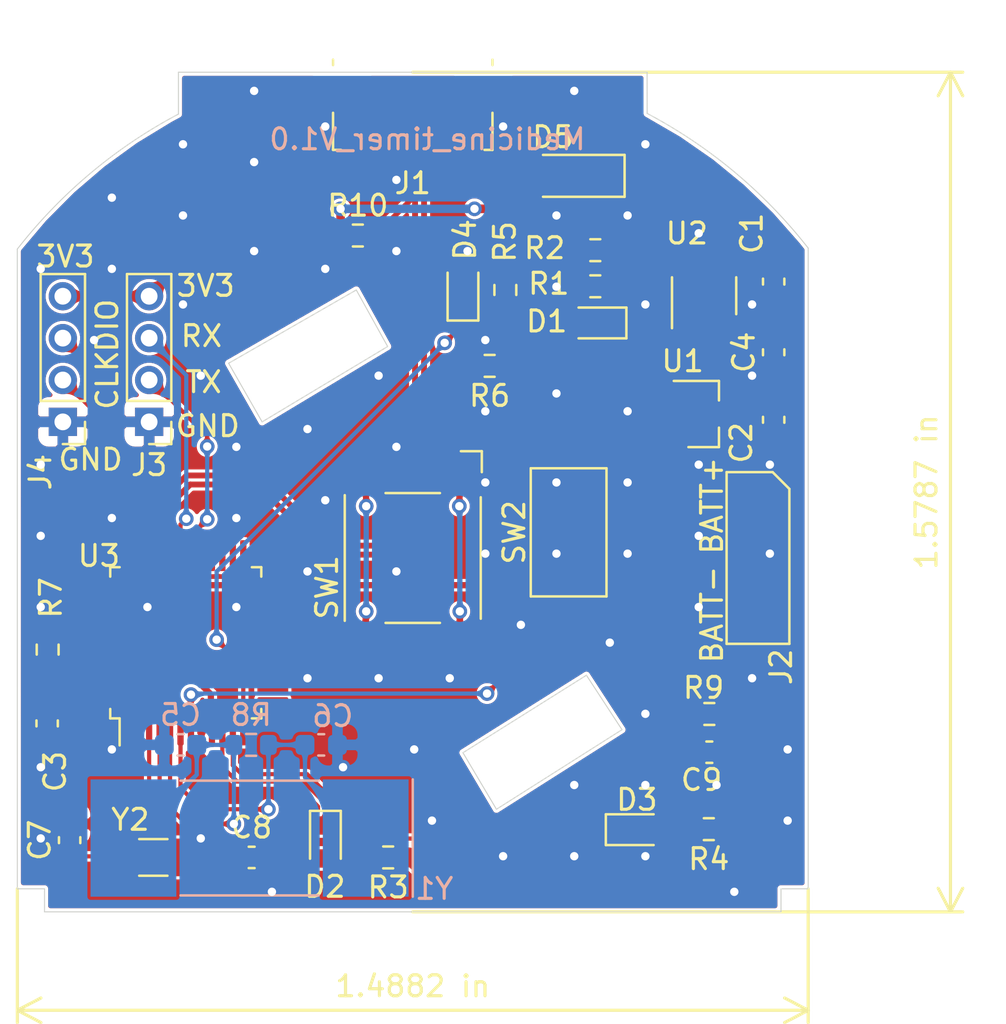
<source format=kicad_pcb>
(kicad_pcb (version 20171130) (host pcbnew 5.1.8)
  (layers (0 F.Cu signal) (31 B.Cu signal) (34 B.Paste user) (35 F.Paste user) (36 B.SilkS user) (37 F.SilkS user) (38 B.Mask user) (39 F.Mask user) (44 Edge.Cuts user))
  (net 0 "")
  (net 1 GND)
  (net 2 /XTALA)
  (net 3 /XTALC)
  (net 4 /XTALD)
  (net 5 /XTALB)
  (net 6 /NRST)
  (net 7 +5V)
  (net 8 +BATT)
  (net 9 +3V3)
  (net 10 "Net-(D1-Pad2)")
  (net 11 "Net-(D1-Pad1)")
  (net 12 "Net-(D2-Pad2)")
  (net 13 /LED_R)
  (net 14 "Net-(D3-Pad2)")
  (net 15 /LED_G)
  (net 16 "Net-(D4-Pad2)")
  (net 17 /LED_B)
  (net 18 "Net-(J1-Pad4)")
  (net 19 /SWDIO)
  (net 20 /SWCLK)
  (net 21 /UART1_RX)
  (net 22 /UART1_TX)
  (net 23 "Net-(R7-Pad1)")
  (net 24 /KEY1)
  (net 25 "Net-(R2-Pad1)")
  (net 26 "Net-(R6-Pad2)")
  (net 27 "Net-(U3-Pad46)")
  (net 28 "Net-(U3-Pad45)")
  (net 29 "Net-(U3-Pad43)")
  (net 30 "Net-(U3-Pad42)")
  (net 31 "Net-(U3-Pad41)")
  (net 32 "Net-(U3-Pad40)")
  (net 33 "Net-(U3-Pad39)")
  (net 34 "Net-(U3-Pad38)")
  (net 35 "Net-(U3-Pad29)")
  (net 36 "Net-(U3-Pad28)")
  (net 37 "Net-(U3-Pad27)")
  (net 38 "Net-(U3-Pad26)")
  (net 39 "Net-(U3-Pad25)")
  (net 40 "Net-(U3-Pad22)")
  (net 41 "Net-(U3-Pad21)")
  (net 42 "Net-(U3-Pad20)")
  (net 43 "Net-(U3-Pad19)")
  (net 44 "Net-(U3-Pad17)")
  (net 45 "Net-(U3-Pad16)")
  (net 46 "Net-(U3-Pad15)")
  (net 47 "Net-(U3-Pad14)")
  (net 48 "Net-(U3-Pad13)")
  (net 49 "Net-(U3-Pad2)")
  (net 50 /USBD_P)
  (net 51 /USBD_N)
  (net 52 "Net-(D5-Pad2)")
  (module MyL:USB_Micro-B_Molex_47346-0001 (layer F.Cu) (at 100 78.8 180)
    (fp_text reference J1 (at 0 -3.3 180) (layer F.SilkS))
    (fp_text value USB_B_Micro)
    (pad 1 smd rect (at -1.3 -1.46 180) (size 0.45 1.38) (layers F.Cu F.Paste F.Mask) (net 52 "Net-(D5-Pad2)"))
    (pad 2 smd rect (at -0.65 -1.46 180) (size 0.45 1.38) (layers F.Cu F.Paste F.Mask) (net 51 /USBD_N))
    (pad 3 smd rect (at 0 -1.46 180) (size 0.45 1.38) (layers F.Cu F.Paste F.Mask) (net 50 /USBD_P))
    (pad 4 smd rect (at 0.65 -1.46 180) (size 0.45 1.38) (layers F.Cu F.Paste F.Mask) (net 18 "Net-(J1-Pad4)"))
    (pad 5 smd rect (at 1.3 -1.46 180) (size 0.45 1.38) (layers F.Cu F.Paste F.Mask) (net 1 GND))
    (pad 6 smd rect (at -2.4875 -1.375 180) (size 1.425 1.55) (layers F.Cu F.Paste F.Mask) (net 1 GND))
    (pad 6 smd rect (at 2.4875 -1.375 180) (size 1.425 1.55) (layers F.Cu F.Paste F.Mask) (net 1 GND))
    (pad 6 smd rect (at -3.375 1.1 180) (size 1.65 1.1) (layers F.Cu F.Paste F.Mask) (net 1 GND))
    (pad 6 smd rect (at 3.375 1.1 180) (size 1.65 1.1) (layers F.Cu F.Paste F.Mask) (net 1 GND))
  )
  (module Crystal:Crystal_SMD_3215-2Pin_3.2x1.5mm (layer F.Cu) (at 87.6 114.3 180)
    (fp_text reference Y2 (at 1.1 1.8) (layer F.SilkS))
    (fp_text value 32.768K)
    (pad 2 smd rect (at -1.25 0 180) (size 1 1.8) (layers F.Cu F.Paste F.Mask) (net 4 /XTALD))
    (pad 1 smd rect (at 1.25 0 180) (size 1 1.8) (layers F.Cu F.Paste F.Mask) (net 3 /XTALC))
  )
  (module MyL:SOIC-2 (layer F.Cu) (at 116.5 100 180)
    (fp_text reference J2 (at -1.1 -5.2 90) (layer F.SilkS))
    (fp_text value "Li battery")
    (pad 1 smd rect (at 0 2.5 180) (size 2 2.2) (layers F.Cu F.Paste F.Mask) (net 8 +BATT))
    (pad 2 smd circle (at 0 -2.5 180) (size 2 2) (layers F.Cu F.Paste F.Mask) (net 1 GND))
  )
  (module Resistor_SMD:R_0603_1608Metric (layer F.Cu) (at 97.375 84.6)
    (fp_text reference R10 (at 0 -1.43) (layer F.SilkS))
    (fp_text value 1.5K)
    (pad 2 smd roundrect (at 0.825 0) (size 0.8 0.95) (layers F.Cu F.Paste F.Mask) (net 50 /USBD_P))
    (pad 1 smd roundrect (at -0.825 0) (size 0.8 0.95) (layers F.Cu F.Paste F.Mask) (net 9 +3V3))
  )
  (module Diode_SMD:D_SOD-123 (layer F.Cu) (at 107.875 81.75 180)
    (fp_text reference D5 (at 1.175 1.85) (layer F.SilkS))
    (fp_text value ZENER3)
    (pad 2 smd rect (at 1.65 0 180) (size 0.9 1.2) (layers F.Cu F.Paste F.Mask) (net 52 "Net-(D5-Pad2)"))
    (pad 1 smd rect (at -1.65 0 180) (size 0.9 1.2) (layers F.Cu F.Paste F.Mask) (net 7 +5V))
  )
  (module Connector_PinHeader_2.00mm:PinHeader_1x04_P2.00mm_Vertical (layer F.Cu) (at 83.275 93.5 180)
    (fp_text reference J4 (at 1.075 -2.4 90) (layer F.SilkS))
    (fp_text value SWD)
    (pad 4 thru_hole oval (at 0 6 180) (size 1.35 1.35) (drill 0.8) (layers *.Cu *.Mask) (net 9 +3V3))
    (pad 3 thru_hole oval (at 0 4 180) (size 1.35 1.35) (drill 0.8) (layers *.Cu *.Mask) (net 19 /SWDIO))
    (pad 2 thru_hole oval (at 0 2 180) (size 1.35 1.35) (drill 0.8) (layers *.Cu *.Mask) (net 20 /SWCLK))
    (pad 1 thru_hole rect (at 0 0 180) (size 1.35 1.35) (drill 0.8) (layers *.Cu *.Mask) (net 1 GND))
  )
  (module Connector_PinHeader_2.00mm:PinHeader_1x04_P2.00mm_Vertical (layer F.Cu) (at 87.4 93.5 180)
    (fp_text reference J3 (at 0 -2.06) (layer F.SilkS))
    (fp_text value UART1)
    (pad 4 thru_hole oval (at 0 6 180) (size 1.35 1.35) (drill 0.8) (layers *.Cu *.Mask) (net 9 +3V3))
    (pad 3 thru_hole oval (at 0 4 180) (size 1.35 1.35) (drill 0.8) (layers *.Cu *.Mask) (net 21 /UART1_RX))
    (pad 2 thru_hole oval (at 0 2 180) (size 1.35 1.35) (drill 0.8) (layers *.Cu *.Mask) (net 22 /UART1_TX))
    (pad 1 thru_hole rect (at 0 0 180) (size 1.35 1.35) (drill 0.8) (layers *.Cu *.Mask) (net 1 GND))
  )
  (module Package_QFP:LQFP-48_7x7mm_P0.5mm (layer F.Cu) (at 89.15 104.05 90)
    (fp_text reference U3 (at 4.15 -4.15 180) (layer F.SilkS))
    (fp_text value STM32F103C8Tx)
    (pad 48 smd roundrect (at -2.75 -4.1625 90) (size 0.3 1.475) (layers F.Cu F.Paste F.Mask) (net 9 +3V3))
    (pad 47 smd roundrect (at -2.25 -4.1625 90) (size 0.3 1.475) (layers F.Cu F.Paste F.Mask) (net 1 GND))
    (pad 46 smd roundrect (at -1.75 -4.1625 90) (size 0.3 1.475) (layers F.Cu F.Paste F.Mask) (net 27 "Net-(U3-Pad46)"))
    (pad 45 smd roundrect (at -1.25 -4.1625 90) (size 0.3 1.475) (layers F.Cu F.Paste F.Mask) (net 28 "Net-(U3-Pad45)"))
    (pad 44 smd roundrect (at -0.75 -4.1625 90) (size 0.3 1.475) (layers F.Cu F.Paste F.Mask) (net 23 "Net-(R7-Pad1)"))
    (pad 43 smd roundrect (at -0.25 -4.1625 90) (size 0.3 1.475) (layers F.Cu F.Paste F.Mask) (net 29 "Net-(U3-Pad43)"))
    (pad 42 smd roundrect (at 0.25 -4.1625 90) (size 0.3 1.475) (layers F.Cu F.Paste F.Mask) (net 30 "Net-(U3-Pad42)"))
    (pad 41 smd roundrect (at 0.75 -4.1625 90) (size 0.3 1.475) (layers F.Cu F.Paste F.Mask) (net 31 "Net-(U3-Pad41)"))
    (pad 40 smd roundrect (at 1.25 -4.1625 90) (size 0.3 1.475) (layers F.Cu F.Paste F.Mask) (net 32 "Net-(U3-Pad40)"))
    (pad 39 smd roundrect (at 1.75 -4.1625 90) (size 0.3 1.475) (layers F.Cu F.Paste F.Mask) (net 33 "Net-(U3-Pad39)"))
    (pad 38 smd roundrect (at 2.25 -4.1625 90) (size 0.3 1.475) (layers F.Cu F.Paste F.Mask) (net 34 "Net-(U3-Pad38)"))
    (pad 37 smd roundrect (at 2.75 -4.1625 90) (size 0.3 1.475) (layers F.Cu F.Paste F.Mask) (net 20 /SWCLK))
    (pad 36 smd roundrect (at 4.1625 -2.75 90) (size 1.475 0.3) (layers F.Cu F.Paste F.Mask) (net 9 +3V3))
    (pad 35 smd roundrect (at 4.1625 -2.25 90) (size 1.475 0.3) (layers F.Cu F.Paste F.Mask) (net 1 GND))
    (pad 34 smd roundrect (at 4.1625 -1.75 90) (size 1.475 0.3) (layers F.Cu F.Paste F.Mask) (net 19 /SWDIO))
    (pad 33 smd roundrect (at 4.1625 -1.25 90) (size 1.475 0.3) (layers F.Cu F.Paste F.Mask) (net 50 /USBD_P))
    (pad 32 smd roundrect (at 4.1625 -0.75 90) (size 1.475 0.3) (layers F.Cu F.Paste F.Mask) (net 51 /USBD_N))
    (pad 31 smd roundrect (at 4.1625 -0.25 90) (size 1.475 0.3) (layers F.Cu F.Paste F.Mask) (net 21 /UART1_RX))
    (pad 30 smd roundrect (at 4.1625 0.25 90) (size 1.475 0.3) (layers F.Cu F.Paste F.Mask) (net 22 /UART1_TX))
    (pad 29 smd roundrect (at 4.1625 0.75 90) (size 1.475 0.3) (layers F.Cu F.Paste F.Mask) (net 35 "Net-(U3-Pad29)"))
    (pad 28 smd roundrect (at 4.1625 1.25 90) (size 1.475 0.3) (layers F.Cu F.Paste F.Mask) (net 36 "Net-(U3-Pad28)"))
    (pad 27 smd roundrect (at 4.1625 1.75 90) (size 1.475 0.3) (layers F.Cu F.Paste F.Mask) (net 37 "Net-(U3-Pad27)"))
    (pad 26 smd roundrect (at 4.1625 2.25 90) (size 1.475 0.3) (layers F.Cu F.Paste F.Mask) (net 38 "Net-(U3-Pad26)"))
    (pad 25 smd roundrect (at 4.1625 2.75 90) (size 1.475 0.3) (layers F.Cu F.Paste F.Mask) (net 39 "Net-(U3-Pad25)"))
    (pad 24 smd roundrect (at 2.75 4.1625 90) (size 0.3 1.475) (layers F.Cu F.Paste F.Mask) (net 9 +3V3))
    (pad 23 smd roundrect (at 2.25 4.1625 90) (size 0.3 1.475) (layers F.Cu F.Paste F.Mask) (net 1 GND))
    (pad 22 smd roundrect (at 1.75 4.1625 90) (size 0.3 1.475) (layers F.Cu F.Paste F.Mask) (net 40 "Net-(U3-Pad22)"))
    (pad 21 smd roundrect (at 1.25 4.1625 90) (size 0.3 1.475) (layers F.Cu F.Paste F.Mask) (net 41 "Net-(U3-Pad21)"))
    (pad 20 smd roundrect (at 0.75 4.1625 90) (size 0.3 1.475) (layers F.Cu F.Paste F.Mask) (net 42 "Net-(U3-Pad20)"))
    (pad 19 smd roundrect (at 0.25 4.1625 90) (size 0.3 1.475) (layers F.Cu F.Paste F.Mask) (net 43 "Net-(U3-Pad19)"))
    (pad 18 smd roundrect (at -0.25 4.1625 90) (size 0.3 1.475) (layers F.Cu F.Paste F.Mask) (net 24 /KEY1))
    (pad 17 smd roundrect (at -0.75 4.1625 90) (size 0.3 1.475) (layers F.Cu F.Paste F.Mask) (net 44 "Net-(U3-Pad17)"))
    (pad 16 smd roundrect (at -1.25 4.1625 90) (size 0.3 1.475) (layers F.Cu F.Paste F.Mask) (net 45 "Net-(U3-Pad16)"))
    (pad 15 smd roundrect (at -1.75 4.1625 90) (size 0.3 1.475) (layers F.Cu F.Paste F.Mask) (net 46 "Net-(U3-Pad15)"))
    (pad 14 smd roundrect (at -2.25 4.1625 90) (size 0.3 1.475) (layers F.Cu F.Paste F.Mask) (net 47 "Net-(U3-Pad14)"))
    (pad 13 smd roundrect (at -2.75 4.1625 90) (size 0.3 1.475) (layers F.Cu F.Paste F.Mask) (net 48 "Net-(U3-Pad13)"))
    (pad 12 smd roundrect (at -4.1625 2.75 90) (size 1.475 0.3) (layers F.Cu F.Paste F.Mask) (net 17 /LED_B))
    (pad 11 smd roundrect (at -4.1625 2.25 90) (size 1.475 0.3) (layers F.Cu F.Paste F.Mask) (net 15 /LED_G))
    (pad 10 smd roundrect (at -4.1625 1.75 90) (size 1.475 0.3) (layers F.Cu F.Paste F.Mask) (net 13 /LED_R))
    (pad 9 smd roundrect (at -4.1625 1.25 90) (size 1.475 0.3) (layers F.Cu F.Paste F.Mask) (net 9 +3V3))
    (pad 8 smd roundrect (at -4.1625 0.75 90) (size 1.475 0.3) (layers F.Cu F.Paste F.Mask) (net 1 GND))
    (pad 7 smd roundrect (at -4.1625 0.25 90) (size 1.475 0.3) (layers F.Cu F.Paste F.Mask) (net 6 /NRST))
    (pad 6 smd roundrect (at -4.1625 -0.25 90) (size 1.475 0.3) (layers F.Cu F.Paste F.Mask) (net 5 /XTALB))
    (pad 5 smd roundrect (at -4.1625 -0.75 90) (size 1.475 0.3) (layers F.Cu F.Paste F.Mask) (net 2 /XTALA))
    (pad 4 smd roundrect (at -4.1625 -1.25 90) (size 1.475 0.3) (layers F.Cu F.Paste F.Mask) (net 4 /XTALD))
    (pad 3 smd roundrect (at -4.1625 -1.75 90) (size 1.475 0.3) (layers F.Cu F.Paste F.Mask) (net 3 /XTALC))
    (pad 2 smd roundrect (at -4.1625 -2.25 90) (size 1.475 0.3) (layers F.Cu F.Paste F.Mask) (net 49 "Net-(U3-Pad2)"))
    (pad 1 smd roundrect (at -4.1625 -2.75 90) (size 1.475 0.3) (layers F.Cu F.Paste F.Mask) (net 9 +3V3))
  )
  (module Package_TO_SOT_SMD:SOT-23 (layer F.Cu) (at 113.875 93.125)
    (fp_text reference U1 (at -0.975 -2.525) (layer F.SilkS))
    (fp_text value XC6206PxxxMR)
    (pad 3 smd rect (at 1 0) (size 0.9 0.8) (layers F.Cu F.Paste F.Mask) (net 8 +BATT))
    (pad 2 smd rect (at -1 0.95) (size 0.9 0.8) (layers F.Cu F.Paste F.Mask) (net 9 +3V3))
    (pad 1 smd rect (at -1 -0.95) (size 0.9 0.8) (layers F.Cu F.Paste F.Mask) (net 1 GND))
  )
  (module Button_Switch_SMD:SW_SPST_FSMSM (layer F.Cu) (at 107.45 98.775 90)
    (fp_text reference SW2 (at 0 -2.6 90) (layer F.SilkS))
    (fp_text value RESET)
    (pad 2 smd rect (at 4.59 0 90) (size 2.18 1.6) (layers F.Cu F.Paste F.Mask) (net 1 GND))
    (pad 1 smd rect (at -4.59 0 90) (size 2.18 1.6) (layers F.Cu F.Paste F.Mask) (net 6 /NRST))
  )
  (module Button_Switch_SMD:SW_SPST_Omron_B3FS-100xP (layer F.Cu) (at 100 100 270)
    (fp_text reference SW1 (at 1.4 4.1 90) (layer F.SilkS))
    (fp_text value KEY)
    (pad 3 smd rect (at -4 2.25 90) (size 1.6 1.4) (layers F.Cu F.Paste F.Mask) (net 24 /KEY1))
    (pad 4 smd rect (at 4 2.25 90) (size 1.6 1.4) (layers F.Cu F.Paste F.Mask) (net 24 /KEY1))
    (pad 1 smd rect (at -4 -2.25 90) (size 1.6 1.4) (layers F.Cu F.Paste F.Mask) (net 26 "Net-(R6-Pad2)"))
    (pad 2 smd rect (at 4 -2.25 90) (size 1.6 1.4) (layers F.Cu F.Paste F.Mask) (net 26 "Net-(R6-Pad2)"))
  )
  (module Crystal:Crystal_SMD_SeikoEpson_MA505-2Pin_12.7x5.1mm (layer B.Cu) (at 92.2 113.375 180)
    (fp_text reference Y1 (at -8.825 -2.425) (layer B.SilkS) (effects (justify mirror)))
    (fp_text value 8M)
    (pad 2 smd rect (at 5.55 0 180) (size 4.1 5.6) (layers B.Cu B.Paste B.Mask) (net 2 /XTALA))
    (pad 1 smd rect (at -5.55 0 180) (size 4.1 5.6) (layers B.Cu B.Paste B.Mask) (net 5 /XTALB))
  )
  (module Package_TO_SOT_SMD:TSOT-23-5 (layer F.Cu) (at 113.9 87.475 90)
    (fp_text reference U2 (at 2.975 -0.8 180) (layer F.SilkS))
    (fp_text value LTC4054ES5-4.2)
    (pad 5 smd rect (at 1.31 -0.95 90) (size 1.22 0.65) (layers F.Cu F.Paste F.Mask) (net 25 "Net-(R2-Pad1)"))
    (pad 4 smd rect (at 1.31 0.95 90) (size 1.22 0.65) (layers F.Cu F.Paste F.Mask) (net 7 +5V))
    (pad 3 smd rect (at -1.31 0.95 90) (size 1.22 0.65) (layers F.Cu F.Paste F.Mask) (net 8 +BATT))
    (pad 2 smd rect (at -1.31 0 90) (size 1.22 0.65) (layers F.Cu F.Paste F.Mask) (net 1 GND))
    (pad 1 smd rect (at -1.31 -0.95 90) (size 1.22 0.65) (layers F.Cu F.Paste F.Mask) (net 11 "Net-(D1-Pad1)"))
  )
  (module Resistor_SMD:R_0603_1608Metric (layer F.Cu) (at 114.175 107.45 180)
    (fp_text reference R9 (at 0.275 1.25) (layer F.SilkS))
    (fp_text value 10K)
    (pad 2 smd roundrect (at 0.825 0 180) (size 0.8 0.95) (layers F.Cu F.Paste F.Mask) (net 6 /NRST))
    (pad 1 smd roundrect (at -0.825 0 180) (size 0.8 0.95) (layers F.Cu F.Paste F.Mask) (net 9 +3V3))
  )
  (module Resistor_SMD:R_0603_1608Metric (layer B.Cu) (at 92.275 108.925 180)
    (fp_text reference R8 (at 0 1.43) (layer B.SilkS) (effects (justify mirror)))
    (fp_text value 10M)
    (pad 2 smd roundrect (at 0.825 0 180) (size 0.8 0.95) (layers B.Cu B.Paste B.Mask) (net 2 /XTALA))
    (pad 1 smd roundrect (at -0.825 0 180) (size 0.8 0.95) (layers B.Cu B.Paste B.Mask) (net 5 /XTALB))
  )
  (module Resistor_SMD:R_0603_1608Metric (layer F.Cu) (at 82.55 104.375 270)
    (fp_text reference R7 (at -2.475 -0.15 90) (layer F.SilkS))
    (fp_text value 10K)
    (pad 2 smd roundrect (at 0.825 0 270) (size 0.8 0.95) (layers F.Cu F.Paste F.Mask) (net 1 GND))
    (pad 1 smd roundrect (at -0.825 0 270) (size 0.8 0.95) (layers F.Cu F.Paste F.Mask) (net 23 "Net-(R7-Pad1)"))
  )
  (module Resistor_SMD:R_0603_1608Metric (layer F.Cu) (at 103.675 90.825 180)
    (fp_text reference R6 (at 0 -1.43) (layer F.SilkS))
    (fp_text value 10K)
    (pad 2 smd roundrect (at 0.825 0 180) (size 0.8 0.95) (layers F.Cu F.Paste F.Mask) (net 26 "Net-(R6-Pad2)"))
    (pad 1 smd roundrect (at -0.825 0 180) (size 0.8 0.95) (layers F.Cu F.Paste F.Mask) (net 9 +3V3))
  )
  (module Resistor_SMD:R_0603_1608Metric (layer F.Cu) (at 104.425 87.2 90)
    (fp_text reference R5 (at 2.3 -0.025 90) (layer F.SilkS))
    (fp_text value 10K)
    (pad 2 smd roundrect (at 0.825 0 90) (size 0.8 0.95) (layers F.Cu F.Paste F.Mask) (net 16 "Net-(D4-Pad2)"))
    (pad 1 smd roundrect (at -0.825 0 90) (size 0.8 0.95) (layers F.Cu F.Paste F.Mask) (net 9 +3V3))
  )
  (module Resistor_SMD:R_0603_1608Metric (layer F.Cu) (at 114.15 112.95 180)
    (fp_text reference R4 (at 0 -1.43) (layer F.SilkS))
    (fp_text value 10K)
    (pad 2 smd roundrect (at 0.825 0 180) (size 0.8 0.95) (layers F.Cu F.Paste F.Mask) (net 14 "Net-(D3-Pad2)"))
    (pad 1 smd roundrect (at -0.825 0 180) (size 0.8 0.95) (layers F.Cu F.Paste F.Mask) (net 9 +3V3))
  )
  (module Resistor_SMD:R_0603_1608Metric (layer F.Cu) (at 98.825 114.3 180)
    (fp_text reference R3 (at 0 -1.43) (layer F.SilkS))
    (fp_text value 10K)
    (pad 2 smd roundrect (at 0.825 0 180) (size 0.8 0.95) (layers F.Cu F.Paste F.Mask) (net 12 "Net-(D2-Pad2)"))
    (pad 1 smd roundrect (at -0.825 0 180) (size 0.8 0.95) (layers F.Cu F.Paste F.Mask) (net 9 +3V3))
  )
  (module Resistor_SMD:R_0603_1608Metric (layer F.Cu) (at 108.725 85.3 180)
    (fp_text reference R2 (at 2.425 0.1) (layer F.SilkS))
    (fp_text value 2K)
    (pad 2 smd roundrect (at 0.825 0 180) (size 0.8 0.95) (layers F.Cu F.Paste F.Mask) (net 1 GND))
    (pad 1 smd roundrect (at -0.825 0 180) (size 0.8 0.95) (layers F.Cu F.Paste F.Mask) (net 25 "Net-(R2-Pad1)"))
  )
  (module Resistor_SMD:R_0603_1608Metric (layer F.Cu) (at 108.725 87.025 180)
    (fp_text reference R1 (at 2.225 0.125) (layer F.SilkS))
    (fp_text value 10K)
    (pad 2 smd roundrect (at 0.825 0 180) (size 0.8 0.95) (layers F.Cu F.Paste F.Mask) (net 10 "Net-(D1-Pad2)"))
    (pad 1 smd roundrect (at -0.825 0 180) (size 0.8 0.95) (layers F.Cu F.Paste F.Mask) (net 7 +5V))
  )
  (module LED_SMD:LED_0603_1608Metric (layer F.Cu) (at 102.4 87.175 90)
    (fp_text reference D4 (at 2.375 0.1 90) (layer F.SilkS))
    (fp_text value BLUE)
    (pad 2 smd roundrect (at 0.7875 0 90) (size 0.875 0.95) (layers F.Cu F.Paste F.Mask) (net 16 "Net-(D4-Pad2)"))
    (pad 1 smd roundrect (at -0.7875 0 90) (size 0.875 0.95) (layers F.Cu F.Paste F.Mask) (net 17 /LED_B))
  )
  (module LED_SMD:LED_0603_1608Metric (layer F.Cu) (at 110.7125 112.975)
    (fp_text reference D3 (at 0 -1.43) (layer F.SilkS))
    (fp_text value GREEN)
    (pad 2 smd roundrect (at 0.7875 0) (size 0.875 0.95) (layers F.Cu F.Paste F.Mask) (net 14 "Net-(D3-Pad2)"))
    (pad 1 smd roundrect (at -0.7875 0) (size 0.875 0.95) (layers F.Cu F.Paste F.Mask) (net 15 /LED_G))
  )
  (module LED_SMD:LED_0603_1608Metric (layer F.Cu) (at 95.825 113.5625 270)
    (fp_text reference D2 (at 2.1375 0.025 180) (layer F.SilkS))
    (fp_text value RED)
    (pad 2 smd roundrect (at 0.7875 0 270) (size 0.875 0.95) (layers F.Cu F.Paste F.Mask) (net 12 "Net-(D2-Pad2)"))
    (pad 1 smd roundrect (at -0.7875 0 270) (size 0.875 0.95) (layers F.Cu F.Paste F.Mask) (net 13 /LED_R))
  )
  (module LED_SMD:LED_0603_1608Metric (layer F.Cu) (at 108.725 88.775 180)
    (fp_text reference D1 (at 2.325 0.075) (layer F.SilkS))
    (fp_text value LED)
    (pad 2 smd roundrect (at 0.7875 0 180) (size 0.875 0.95) (layers F.Cu F.Paste F.Mask) (net 10 "Net-(D1-Pad2)"))
    (pad 1 smd roundrect (at -0.7875 0 180) (size 0.875 0.95) (layers F.Cu F.Paste F.Mask) (net 11 "Net-(D1-Pad1)"))
  )
  (module Capacitor_SMD:C_0603_1608Metric (layer F.Cu) (at 114.175 109.275)
    (fp_text reference C9 (at -0.375 1.325) (layer F.SilkS))
    (fp_text value 104)
    (pad 2 smd roundrect (at 0.775 0) (size 0.9 0.95) (layers F.Cu F.Paste F.Mask) (net 1 GND))
    (pad 1 smd roundrect (at -0.775 0) (size 0.9 0.95) (layers F.Cu F.Paste F.Mask) (net 6 /NRST))
  )
  (module Capacitor_SMD:C_0603_1608Metric (layer F.Cu) (at 92.3 114.3)
    (fp_text reference C8 (at 0 -1.43) (layer F.SilkS))
    (fp_text value 22pF)
    (pad 2 smd roundrect (at 0.775 0) (size 0.9 0.95) (layers F.Cu F.Paste F.Mask) (net 1 GND))
    (pad 1 smd roundrect (at -0.775 0) (size 0.9 0.95) (layers F.Cu F.Paste F.Mask) (net 4 /XTALD))
  )
  (module Capacitor_SMD:C_0603_1608Metric (layer F.Cu) (at 83.6 113.475 90)
    (fp_text reference C7 (at 0 -1.43 90) (layer F.SilkS))
    (fp_text value 22pF)
    (pad 2 smd roundrect (at 0.775 0 90) (size 0.9 0.95) (layers F.Cu F.Paste F.Mask) (net 1 GND))
    (pad 1 smd roundrect (at -0.775 0 90) (size 0.9 0.95) (layers F.Cu F.Paste F.Mask) (net 3 /XTALC))
  )
  (module Capacitor_SMD:C_0603_1608Metric (layer B.Cu) (at 95.625 108.925)
    (fp_text reference C6 (at 0.55 -1.375) (layer B.SilkS) (effects (justify mirror)))
    (fp_text value 22pF)
    (pad 2 smd roundrect (at 0.775 0) (size 0.9 0.95) (layers B.Cu B.Paste B.Mask) (net 1 GND))
    (pad 1 smd roundrect (at -0.775 0) (size 0.9 0.95) (layers B.Cu B.Paste B.Mask) (net 5 /XTALB))
  )
  (module Capacitor_SMD:C_0603_1608Metric (layer B.Cu) (at 88.9 108.925 180)
    (fp_text reference C5 (at 0 1.43) (layer B.SilkS) (effects (justify mirror)))
    (fp_text value 22pF)
    (pad 2 smd roundrect (at 0.775 0 180) (size 0.9 0.95) (layers B.Cu B.Paste B.Mask) (net 1 GND))
    (pad 1 smd roundrect (at -0.775 0 180) (size 0.9 0.95) (layers B.Cu B.Paste B.Mask) (net 2 /XTALA))
  )
  (module Capacitor_SMD:C_0603_1608Metric (layer F.Cu) (at 117.25 90.175 90)
    (fp_text reference C4 (at 0 -1.43 90) (layer F.SilkS))
    (fp_text value 10uF)
    (pad 2 smd roundrect (at 0.775 0 90) (size 0.9 0.95) (layers F.Cu F.Paste F.Mask) (net 1 GND))
    (pad 1 smd roundrect (at -0.775 0 90) (size 0.9 0.95) (layers F.Cu F.Paste F.Mask) (net 8 +BATT))
  )
  (module Capacitor_SMD:C_0603_1608Metric (layer F.Cu) (at 82.525 107.9 90)
    (fp_text reference C3 (at -2.3 0.375 90) (layer F.SilkS))
    (fp_text value 10uF)
    (pad 2 smd roundrect (at 0.775 0 90) (size 0.9 0.95) (layers F.Cu F.Paste F.Mask) (net 1 GND))
    (pad 1 smd roundrect (at -0.775 0 90) (size 0.9 0.95) (layers F.Cu F.Paste F.Mask) (net 9 +3V3))
  )
  (module Capacitor_SMD:C_0603_1608Metric (layer F.Cu) (at 117.25 93.4 270)
    (fp_text reference C2 (at 1.1 1.55 90) (layer F.SilkS))
    (fp_text value 10uF)
    (pad 2 smd roundrect (at 0.775 0 270) (size 0.9 0.95) (layers F.Cu F.Paste F.Mask) (net 1 GND))
    (pad 1 smd roundrect (at -0.775 0 270) (size 0.9 0.95) (layers F.Cu F.Paste F.Mask) (net 8 +BATT))
  )
  (module Capacitor_SMD:C_0603_1608Metric (layer F.Cu) (at 117.25 86.8 270)
    (fp_text reference C1 (at -2.3 1.05 90) (layer F.SilkS))
    (fp_text value 10uF)
    (pad 2 smd roundrect (at 0.775 0 270) (size 0.9 0.95) (layers F.Cu F.Paste F.Mask) (net 1 GND))
    (pad 1 smd roundrect (at -0.775 0 270) (size 0.9 0.95) (layers F.Cu F.Paste F.Mask) (net 7 +5V))
  )
  (gr_text Medicine_timer_V1.0 (at 100.7 80) (layer B.SilkS) (effects (font (size 1 1)) (justify mirror)))
  (gr_text BATT- (at 114.3 102.7 90) (layer F.SilkS) (effects (font (size 1 1))))
  (gr_text BATT+ (at 114.3 97.5 90) (layer F.SilkS) (effects (font (size 1 1))))
  (gr_text GND (at 90.2 93.7) (layer F.SilkS) (effects (font (size 1 1))))
  (gr_text TX (at 90 91.6) (layer F.SilkS) (effects (font (size 1 1))))
  (gr_text RX (at 89.9 89.4) (layer F.SilkS) (effects (font (size 1 1))))
  (gr_text 3V3 (at 90.1 87) (layer F.SilkS) (effects (font (size 1 1))))
  (gr_text 3V3 (at 83.4 85.6) (layer F.SilkS) (effects (font (size 1 1))))
  (gr_text DIO (at 85.4 88.9 90) (layer F.SilkS) (effects (font (size 1 1))))
  (gr_text CLK (at 85.4 91.5 90) (layer F.SilkS) (effects (font (size 1 1))))
  (gr_text GND (at 84.6 95.3) (layer F.SilkS) (effects (font (size 1 1))))
  (dimension 40.1 (width 0.15) (layer F.SilkS) (gr_text "40.100 mm" (at 127 96.85 270) (layer F.SilkS) (effects (font (size 1 1) (thickness 0.15)))) (feature1 (pts (xy 100 116.9) (xy 126.286421 116.9))) (feature2 (pts (xy 100 76.8) (xy 126.286421 76.8))) (crossbar (pts (xy 125.7 76.8) (xy 125.7 116.9))) (arrow1a (pts (xy 125.7 116.9) (xy 125.113579 115.773496))) (arrow1b (pts (xy 125.7 116.9) (xy 126.286421 115.773496))) (arrow2a (pts (xy 125.7 76.8) (xy 125.113579 77.926504))) (arrow2b (pts (xy 125.7 76.8) (xy 126.286421 77.926504))))
  (dimension 37.8 (width 0.15) (layer F.SilkS) (gr_text "37.800 mm" (at 100 122.9) (layer F.SilkS) (effects (font (size 1 1) (thickness 0.15)))) (feature1 (pts (xy 118.9 115.8) (xy 118.9 122.186421))) (feature2 (pts (xy 81.1 115.8) (xy 81.1 122.186421))) (crossbar (pts (xy 81.1 121.6) (xy 118.9 121.6))) (arrow1a (pts (xy 118.9 121.6) (xy 117.773496 122.186421))) (arrow1b (pts (xy 118.9 121.6) (xy 117.773496 121.013579))) (arrow2a (pts (xy 81.1 121.6) (xy 82.226504 122.186421))) (arrow2b (pts (xy 81.1 121.6) (xy 82.226504 121.013579))))
  (gr_line (start 108.3 105.6) (end 102.4 109.3) (layer Edge.Cuts) (width 0.05))
  (gr_line (start 110 108.2) (end 108.3 105.6) (layer Edge.Cuts) (width 0.05))
  (gr_line (start 104 112) (end 110 108.2) (layer Edge.Cuts) (width 0.05))
  (gr_line (start 102.4 109.3) (end 104 112) (layer Edge.Cuts) (width 0.05))
  (gr_line (start 91.2 90.7) (end 97.3 87.2) (layer Edge.Cuts) (width 0.05))
  (gr_line (start 92.8 93.5) (end 91.2 90.7) (layer Edge.Cuts) (width 0.05))
  (gr_line (start 98.8 89.9) (end 92.8 93.5) (layer Edge.Cuts) (width 0.05))
  (gr_line (start 97.3 87.2) (end 98.8 89.9) (layer Edge.Cuts) (width 0.05))
  (gr_line (start 82.4 115.8) (end 81.1 115.8) (layer Edge.Cuts) (width 0.05))
  (gr_line (start 82.4 116.9) (end 82.4 115.8) (layer Edge.Cuts) (width 0.05))
  (gr_line (start 117.6 115.8) (end 118.9 115.8) (layer Edge.Cuts) (width 0.05))
  (gr_line (start 117.6 116.9) (end 117.6 115.8) (layer Edge.Cuts) (width 0.05))
  (gr_line (start 82.4 116.9) (end 117.6 116.9) (layer Edge.Cuts) (width 0.05))
  (gr_arc (start 100 100) (end 118.899999 85.200001) (angle -24.11718873) (layer Edge.Cuts) (width 0.05))
  (gr_arc (start 100 100) (end 88.800001 78.800001) (angle -24.18311551) (layer Edge.Cuts) (width 0.05))
  (gr_line (start 111.2 76.8) (end 111.202906 78.769248) (layer Edge.Cuts) (width 0.05))
  (gr_line (start 88.8 76.8) (end 88.8 78.8) (layer Edge.Cuts) (width 0.05))
  (gr_line (start 88.8 76.8) (end 111.2 76.8) (layer Edge.Cuts) (width 0.05))
  (gr_line (start 118.9 115.8) (end 118.899999 85.200001) (layer Edge.Cuts) (width 0.05))
  (gr_line (start 81.098234 85.248621) (end 81.1 115.8) (layer Edge.Cuts) (width 0.05))
  (via (at 82.217857 86.1925) (size 0.7) (drill 0.4) (layers F.Cu B.Cu) (net 1))
  (via (at 82.217857 95.5425) (size 0.7) (drill 0.4) (layers F.Cu B.Cu) (net 1))
  (via (at 82.217857 98.9425) (size 0.7) (drill 0.4) (layers F.Cu B.Cu) (net 1))
  (via (at 82.217857 102.3425) (size 0.7) (drill 0.4) (layers F.Cu B.Cu) (net 1))
  (via (at 82.217857 109.9925) (size 0.7) (drill 0.4) (layers F.Cu B.Cu) (net 1))
  (via (at 82.217857 113.3925) (size 0.7) (drill 0.4) (layers F.Cu B.Cu) (net 1))
  (via (at 84.767857 89.5925) (size 0.7) (drill 0.4) (layers F.Cu B.Cu) (net 1))
  (via (at 85.617857 82.7925) (size 0.7) (drill 0.4) (layers F.Cu B.Cu) (net 1))
  (via (at 85.617857 86.1925) (size 0.7) (drill 0.4) (layers F.Cu B.Cu) (net 1))
  (via (at 85.617857 98.0925) (size 0.7) (drill 0.4) (layers F.Cu B.Cu) (net 1))
  (via (at 85.617857 109.1425) (size 0.7) (drill 0.4) (layers F.Cu B.Cu) (net 1))
  (via (at 87.317857 102.3425) (size 0.7) (drill 0.4) (layers F.Cu B.Cu) (net 1))
  (via (at 89.017857 80.2425) (size 0.7) (drill 0.4) (layers F.Cu B.Cu) (net 1))
  (via (at 89.017857 83.6425) (size 0.7) (drill 0.4) (layers F.Cu B.Cu) (net 1))
  (via (at 89.017857 87.8925) (size 0.7) (drill 0.4) (layers F.Cu B.Cu) (net 1))
  (via (at 89.867857 91.2925) (size 0.7) (drill 0.4) (layers F.Cu B.Cu) (net 1))
  (via (at 89.867857 113.3925) (size 0.7) (drill 0.4) (layers F.Cu B.Cu) (net 1))
  (via (at 91.567857 94.6925) (size 0.7) (drill 0.4) (layers F.Cu B.Cu) (net 1))
  (via (at 91.567857 98.0925) (size 0.7) (drill 0.4) (layers F.Cu B.Cu) (net 1))
  (via (at 91.567857 102.3425) (size 0.7) (drill 0.4) (layers F.Cu B.Cu) (net 1))
  (via (at 92.417857 77.6925) (size 0.7) (drill 0.4) (layers F.Cu B.Cu) (net 1))
  (via (at 92.417857 81.0925) (size 0.7) (drill 0.4) (layers F.Cu B.Cu) (net 1))
  (via (at 92.417857 85.3425) (size 0.7) (drill 0.4) (layers F.Cu B.Cu) (net 1))
  (via (at 93.267857 115.9425) (size 0.7) (drill 0.4) (layers F.Cu B.Cu) (net 1))
  (via (at 94.967857 93.8425) (size 0.7) (drill 0.4) (layers F.Cu B.Cu) (net 1))
  (via (at 94.967857 100.6425) (size 0.7) (drill 0.4) (layers F.Cu B.Cu) (net 1))
  (via (at 94.967857 105.7425) (size 0.7) (drill 0.4) (layers F.Cu B.Cu) (net 1))
  (via (at 95.817857 79.3925) (size 0.7) (drill 0.4) (layers F.Cu B.Cu) (net 1))
  (via (at 95.817857 86.1925) (size 0.7) (drill 0.4) (layers F.Cu B.Cu) (net 1))
  (via (at 95.817857 97.2425) (size 0.7) (drill 0.4) (layers F.Cu B.Cu) (net 1))
  (via (at 96.667857 109.9925) (size 0.7) (drill 0.4) (layers F.Cu B.Cu) (net 1))
  (via (at 98.367857 91.2925) (size 0.7) (drill 0.4) (layers F.Cu B.Cu) (net 1))
  (via (at 98.367857 105.7425) (size 0.7) (drill 0.4) (layers F.Cu B.Cu) (net 1))
  (via (at 99.217857 81.9425) (size 0.7) (drill 0.4) (layers F.Cu B.Cu) (net 1))
  (via (at 99.217857 85.3425) (size 0.7) (drill 0.4) (layers F.Cu B.Cu) (net 1))
  (via (at 99.217857 94.6925) (size 0.7) (drill 0.4) (layers F.Cu B.Cu) (net 1))
  (via (at 99.217857 100.6425) (size 0.7) (drill 0.4) (layers F.Cu B.Cu) (net 1))
  (via (at 100.067857 109.1425) (size 0.7) (drill 0.4) (layers F.Cu B.Cu) (net 1))
  (via (at 100.917857 112.5425) (size 0.7) (drill 0.4) (layers F.Cu B.Cu) (net 1))
  (via (at 101.767857 105.7425) (size 0.7) (drill 0.4) (layers F.Cu B.Cu) (net 1))
  (via (at 102.617857 85.3425) (size 0.7) (drill 0.4) (layers F.Cu B.Cu) (net 1))
  (via (at 103.467857 89.5925) (size 0.7) (drill 0.4) (layers F.Cu B.Cu) (net 1))
  (via (at 103.467857 92.9925) (size 0.7) (drill 0.4) (layers F.Cu B.Cu) (net 1))
  (via (at 103.467857 96.3925) (size 0.7) (drill 0.4) (layers F.Cu B.Cu) (net 1))
  (via (at 103.467857 99.7925) (size 0.7) (drill 0.4) (layers F.Cu B.Cu) (net 1))
  (via (at 104.317857 79.3925) (size 0.7) (drill 0.4) (layers F.Cu B.Cu) (net 1))
  (via (at 104.317857 114.2425) (size 0.7) (drill 0.4) (layers F.Cu B.Cu) (net 1))
  (via (at 105.167857 103.1925) (size 0.7) (drill 0.4) (layers F.Cu B.Cu) (net 1))
  (via (at 106.867857 83.6425) (size 0.7) (drill 0.4) (layers F.Cu B.Cu) (net 1))
  (via (at 106.867857 87.0425) (size 0.7) (drill 0.4) (layers F.Cu B.Cu) (net 1))
  (via (at 106.867857 92.1425) (size 0.7) (drill 0.4) (layers F.Cu B.Cu) (net 1))
  (via (at 106.867857 96.3925) (size 0.7) (drill 0.4) (layers F.Cu B.Cu) (net 1))
  (via (at 106.867857 99.7925) (size 0.7) (drill 0.4) (layers F.Cu B.Cu) (net 1))
  (via (at 107.717857 77.6925) (size 0.7) (drill 0.4) (layers F.Cu B.Cu) (net 1))
  (via (at 107.717857 110.8425) (size 0.7) (drill 0.4) (layers F.Cu B.Cu) (net 1))
  (via (at 107.717857 114.2425) (size 0.7) (drill 0.4) (layers F.Cu B.Cu) (net 1))
  (via (at 109.417857 104.0425) (size 0.7) (drill 0.4) (layers F.Cu B.Cu) (net 1))
  (via (at 110.267857 83.6425) (size 0.7) (drill 0.4) (layers F.Cu B.Cu) (net 1))
  (via (at 110.267857 92.9925) (size 0.7) (drill 0.4) (layers F.Cu B.Cu) (net 1))
  (via (at 110.267857 96.3925) (size 0.7) (drill 0.4) (layers F.Cu B.Cu) (net 1))
  (via (at 110.267857 99.7925) (size 0.7) (drill 0.4) (layers F.Cu B.Cu) (net 1))
  (via (at 111.117857 80.2425) (size 0.7) (drill 0.4) (layers F.Cu B.Cu) (net 1))
  (via (at 111.117857 87.8925) (size 0.7) (drill 0.4) (layers F.Cu B.Cu) (net 1))
  (via (at 111.117857 107.4425) (size 0.7) (drill 0.4) (layers F.Cu B.Cu) (net 1))
  (via (at 111.117857 110.8425) (size 0.7) (drill 0.4) (layers F.Cu B.Cu) (net 1))
  (via (at 111.117857 114.2425) (size 0.7) (drill 0.4) (layers F.Cu B.Cu) (net 1))
  (via (at 113.667857 84.4925) (size 0.7) (drill 0.4) (layers F.Cu B.Cu) (net 1))
  (via (at 113.667857 95.5425) (size 0.7) (drill 0.4) (layers F.Cu B.Cu) (net 1))
  (via (at 113.667857 98.9425) (size 0.7) (drill 0.4) (layers F.Cu B.Cu) (net 1))
  (via (at 113.667857 102.3425) (size 0.7) (drill 0.4) (layers F.Cu B.Cu) (net 1))
  (via (at 114.517857 110.8425) (size 0.7) (drill 0.4) (layers F.Cu B.Cu) (net 1))
  (via (at 115.367857 115.9425) (size 0.7) (drill 0.4) (layers F.Cu B.Cu) (net 1))
  (via (at 116.217857 87.8925) (size 0.7) (drill 0.4) (layers F.Cu B.Cu) (net 1))
  (via (at 116.217857 91.2925) (size 0.7) (drill 0.4) (layers F.Cu B.Cu) (net 1))
  (via (at 116.217857 105.7425) (size 0.7) (drill 0.4) (layers F.Cu B.Cu) (net 1))
  (via (at 117.067857 95.5425) (size 0.7) (drill 0.4) (layers F.Cu B.Cu) (net 1))
  (via (at 117.067857 99.7925) (size 0.7) (drill 0.4) (layers F.Cu B.Cu) (net 1))
  (via (at 117.917857 109.1425) (size 0.7) (drill 0.4) (layers F.Cu B.Cu) (net 1))
  (via (at 117.917857 112.5425) (size 0.7) (drill 0.4) (layers F.Cu B.Cu) (net 1))
  (segment (start 89.675 110.35) (end 89.675 108.925) (width 0.2) (layer B.Cu) (net 2))
  (segment (start 86.65 113.375) (end 89.675 110.35) (width 0.2) (layer B.Cu) (net 2))
  (segment (start 89.675 108.925) (end 91.45 108.925) (width 0.2) (layer B.Cu) (net 2))
  (segment (start 91.475 108.95) (end 91.45 108.925) (width 0.2) (layer B.Cu) (net 2))
  (segment (start 88.4 108.2125) (end 88.4 111.925) (width 0.2) (layer F.Cu) (net 2))
  (via (at 91.45 112.7) (size 0.7) (drill 0.4) (layers F.Cu B.Cu) (net 2))
  (segment (start 88.4 111.925) (end 89.175 112.7) (width 0.2) (layer F.Cu) (net 2))
  (segment (start 89.175 112.7) (end 91.45 112.7) (width 0.2) (layer F.Cu) (net 2))
  (segment (start 91.45 112.7) (end 91.45 108.925) (width 0.2) (layer B.Cu) (net 2))
  (segment (start 87.4 113.25) (end 86.35 114.3) (width 0.2) (layer F.Cu) (net 3))
  (segment (start 87.4 108.2125) (end 87.4 113.25) (width 0.2) (layer F.Cu) (net 3))
  (segment (start 86.3 114.25) (end 86.35 114.3) (width 0.2) (layer F.Cu) (net 3))
  (segment (start 83.6 114.25) (end 86.3 114.25) (width 0.2) (layer F.Cu) (net 3))
  (segment (start 87.9 113.35) (end 88.85 114.3) (width 0.2) (layer F.Cu) (net 4))
  (segment (start 87.9 108.2125) (end 87.9 113.35) (width 0.2) (layer F.Cu) (net 4))
  (segment (start 88.85 114.3) (end 91.525 114.3) (width 0.2) (layer F.Cu) (net 4))
  (segment (start 94.85 110.475) (end 94.85 108.925) (width 0.2) (layer B.Cu) (net 5))
  (segment (start 97.75 113.375) (end 94.85 110.475) (width 0.2) (layer B.Cu) (net 5))
  (segment (start 94.85 108.925) (end 93.1 108.925) (width 0.2) (layer B.Cu) (net 5))
  (segment (start 88.9 108.2125) (end 88.9 108.909636) (width 0.2) (layer F.Cu) (net 5))
  (via (at 93.1 111.999994) (size 0.7) (drill 0.4) (layers F.Cu B.Cu) (net 5))
  (segment (start 93.1 108.925) (end 93.1 111.999994) (width 0.2) (layer B.Cu) (net 5))
  (segment (start 89.924994 111.999994) (end 93.1 111.999994) (width 0.2) (layer F.Cu) (net 5))
  (segment (start 88.9 108.2125) (end 88.9 110.975) (width 0.2) (layer F.Cu) (net 5))
  (segment (start 88.9 110.975) (end 89.924994 111.999994) (width 0.2) (layer F.Cu) (net 5))
  (segment (start 113.4 107.5) (end 113.35 107.45) (width 0.2) (layer F.Cu) (net 6))
  (segment (start 113.4 109.275) (end 113.4 107.5) (width 0.2) (layer F.Cu) (net 6))
  (segment (start 107.45 103.365) (end 111.915 103.365) (width 0.2) (layer F.Cu) (net 6))
  (segment (start 113.35 104.8) (end 113.35 107.45) (width 0.2) (layer F.Cu) (net 6))
  (segment (start 111.915 103.365) (end 113.35 104.8) (width 0.2) (layer F.Cu) (net 6))
  (via (at 103.55 106.475) (size 0.7) (drill 0.4) (layers F.Cu B.Cu) (net 6))
  (via (at 89.4 106.525) (size 0.7) (drill 0.4) (layers F.Cu B.Cu) (net 6))
  (segment (start 103.55 106.475) (end 89.45 106.475) (width 0.2) (layer B.Cu) (net 6))
  (segment (start 89.45 106.475) (end 89.4 106.525) (width 0.2) (layer B.Cu) (net 6))
  (segment (start 89.4 106.525) (end 89.4 108.2125) (width 0.2) (layer F.Cu) (net 6))
  (segment (start 106.66 103.365) (end 103.55 106.475) (width 0.2) (layer F.Cu) (net 6))
  (segment (start 107.45 103.365) (end 106.66 103.365) (width 0.2) (layer F.Cu) (net 6))
  (segment (start 109.525 81.75) (end 112.625 81.75) (width 0.5) (layer F.Cu) (net 7))
  (segment (start 114.85 83.975) (end 114.85 86.165) (width 0.5) (layer F.Cu) (net 7))
  (segment (start 112.625 81.75) (end 114.85 83.975) (width 0.5) (layer F.Cu) (net 7))
  (segment (start 117.11 86.165) (end 117.25 86.025) (width 0.5) (layer F.Cu) (net 7))
  (segment (start 114.85 86.165) (end 117.11 86.165) (width 0.5) (layer F.Cu) (net 7))
  (segment (start 109.8 87.275) (end 109.55 87.025) (width 0.2) (layer F.Cu) (net 7))
  (segment (start 114.575 87.275) (end 109.8 87.275) (width 0.2) (layer F.Cu) (net 7))
  (segment (start 114.85 86.165) (end 114.85 87) (width 0.2) (layer F.Cu) (net 7))
  (segment (start 114.85 87) (end 114.575 87.275) (width 0.2) (layer F.Cu) (net 7))
  (segment (start 114.875 93.125) (end 115.475 92.525) (width 0.5) (layer F.Cu) (net 8))
  (segment (start 117.15 92.525) (end 117.25 92.625) (width 0.5) (layer F.Cu) (net 8))
  (segment (start 115.475 92.525) (end 117.15 92.525) (width 0.5) (layer F.Cu) (net 8))
  (segment (start 117.25 92.625) (end 117.25 90.95) (width 0.5) (layer F.Cu) (net 8))
  (segment (start 114.85 93.1) (end 114.875 93.125) (width 0.5) (layer F.Cu) (net 8))
  (segment (start 114.85 88.785) (end 114.85 93.1) (width 0.5) (layer F.Cu) (net 8))
  (segment (start 114.875 95.875) (end 114.875 93.125) (width 0.5) (layer F.Cu) (net 8))
  (segment (start 116.5 97.5) (end 114.875 95.875) (width 0.5) (layer F.Cu) (net 8))
  (segment (start 83.1125 108.675) (end 84.9875 106.8) (width 0.3) (layer F.Cu) (net 9))
  (segment (start 82.525 108.675) (end 83.1125 108.675) (width 0.3) (layer F.Cu) (net 9))
  (segment (start 84.9875 106.8) (end 86.4 108.2125) (width 0.3) (layer F.Cu) (net 9))
  (segment (start 86.4 107.444654) (end 88.544654 105.3) (width 0.3) (layer F.Cu) (net 9))
  (segment (start 86.4 108.2125) (end 86.4 107.444654) (width 0.3) (layer F.Cu) (net 9))
  (segment (start 90.35001 108.16251) (end 90.4 108.2125) (width 0.3) (layer F.Cu) (net 9))
  (segment (start 90.35001 106.513008) (end 90.35001 108.16251) (width 0.3) (layer F.Cu) (net 9))
  (segment (start 88.544654 105.3) (end 89.137002 105.3) (width 0.3) (layer F.Cu) (net 9))
  (segment (start 89.137002 105.3) (end 90.35001 106.513008) (width 0.3) (layer F.Cu) (net 9))
  (segment (start 86.4 108.2125) (end 86.4 99.8875) (width 0.3) (layer F.Cu) (net 9))
  (segment (start 115 105.125) (end 115 107.45) (width 0.4) (layer F.Cu) (net 9))
  (segment (start 112.875 103) (end 115 105.125) (width 0.4) (layer F.Cu) (net 9))
  (segment (start 115 107.45) (end 115.675 107.45) (width 0.4) (layer F.Cu) (net 9))
  (segment (start 115.675 107.45) (end 117.075 108.85) (width 0.4) (layer F.Cu) (net 9))
  (segment (start 117.075 110.85) (end 114.975 112.95) (width 0.4) (layer F.Cu) (net 9))
  (segment (start 117.075 108.85) (end 117.075 110.85) (width 0.4) (layer F.Cu) (net 9))
  (segment (start 114.975 112.95) (end 114.975 114.275) (width 0.4) (layer F.Cu) (net 9))
  (segment (start 114.975 114.275) (end 113.6 115.65) (width 0.4) (layer F.Cu) (net 9))
  (segment (start 101 115.65) (end 99.65 114.3) (width 0.4) (layer F.Cu) (net 9))
  (segment (start 113.6 115.65) (end 101 115.65) (width 0.4) (layer F.Cu) (net 9))
  (segment (start 109.625 90.825) (end 112.875 94.075) (width 0.4) (layer F.Cu) (net 9))
  (segment (start 104.5 90.825) (end 109.625 90.825) (width 0.4) (layer F.Cu) (net 9))
  (segment (start 104.5 88.1) (end 104.425 88.025) (width 0.4) (layer F.Cu) (net 9))
  (segment (start 104.5 90.825) (end 104.5 88.1) (width 0.4) (layer F.Cu) (net 9))
  (segment (start 83.275 87.5) (end 87.4 87.5) (width 0.4) (layer F.Cu) (net 9))
  (segment (start 90.3 84.6) (end 96.55 84.6) (width 0.4) (layer F.Cu) (net 9))
  (segment (start 87.4 87.5) (end 90.3 84.6) (width 0.4) (layer F.Cu) (net 9))
  (segment (start 104.425 88.025) (end 105.175 88.025) (width 0.4) (layer F.Cu) (net 9))
  (segment (start 105.175 88.025) (end 106.025 87.175) (width 0.4) (layer F.Cu) (net 9))
  (segment (start 106.025 87.175) (end 106.025 84.9) (width 0.4) (layer F.Cu) (net 9))
  (segment (start 106.025 84.9) (end 104.45 83.325) (width 0.4) (layer F.Cu) (net 9))
  (via (at 102.95 83.325) (size 0.7) (drill 0.4) (layers F.Cu B.Cu) (net 9))
  (segment (start 104.45 83.325) (end 102.95 83.325) (width 0.4) (layer F.Cu) (net 9))
  (segment (start 102.95 83.325) (end 96.549998 83.325) (width 0.4) (layer B.Cu) (net 9))
  (segment (start 96.55 84.6) (end 96.55 83.325002) (width 0.4) (layer F.Cu) (net 9))
  (segment (start 96.55 83.325002) (end 96.549998 83.325) (width 0.4) (layer F.Cu) (net 9))
  (via (at 96.549998 83.325) (size 0.7) (drill 0.4) (layers F.Cu B.Cu) (net 9))
  (segment (start 87.044654 101.3) (end 93.3125 101.3) (width 0.3) (layer F.Cu) (net 9))
  (segment (start 86.4 99.8875) (end 86.4 100.655346) (width 0.3) (layer F.Cu) (net 9))
  (segment (start 86.4 100.655346) (end 87.044654 101.3) (width 0.3) (layer F.Cu) (net 9))
  (segment (start 112.875 94.075) (end 112.875 101.475) (width 0.4) (layer F.Cu) (net 9))
  (segment (start 112.875 101.475) (end 112.875 103) (width 0.4) (layer F.Cu) (net 9))
  (segment (start 112.7 101.3) (end 112.875 101.475) (width 0.3) (layer F.Cu) (net 9))
  (segment (start 93.3125 101.3) (end 112.7 101.3) (width 0.3) (layer F.Cu) (net 9))
  (segment (start 107.9375 87.0625) (end 107.9 87.025) (width 0.25) (layer F.Cu) (net 10))
  (segment (start 107.9375 88.775) (end 107.9375 87.0625) (width 0.25) (layer F.Cu) (net 10))
  (segment (start 112.94 88.775) (end 112.95 88.785) (width 0.25) (layer F.Cu) (net 11))
  (segment (start 109.5125 88.775) (end 112.94 88.775) (width 0.25) (layer F.Cu) (net 11))
  (segment (start 97.95 114.35) (end 98 114.3) (width 0.2) (layer F.Cu) (net 12))
  (segment (start 95.825 114.35) (end 97.95 114.35) (width 0.2) (layer F.Cu) (net 12))
  (segment (start 95.825 111.725) (end 95.825 112.775) (width 0.2) (layer F.Cu) (net 13))
  (segment (start 91.6 110.675) (end 94.775 110.675) (width 0.2) (layer F.Cu) (net 13))
  (segment (start 94.775 110.675) (end 95.825 111.725) (width 0.2) (layer F.Cu) (net 13))
  (segment (start 90.9 108.2125) (end 90.9 109.975) (width 0.2) (layer F.Cu) (net 13))
  (segment (start 90.9 109.975) (end 91.6 110.675) (width 0.2) (layer F.Cu) (net 13))
  (segment (start 113.3 112.975) (end 113.325 112.95) (width 0.2) (layer F.Cu) (net 14))
  (segment (start 111.5 112.975) (end 113.3 112.975) (width 0.2) (layer F.Cu) (net 14))
  (segment (start 91.4 109.9) (end 91.825 110.325) (width 0.2) (layer F.Cu) (net 15))
  (segment (start 91.4 108.2125) (end 91.4 109.9) (width 0.2) (layer F.Cu) (net 15))
  (segment (start 98.025 113.4) (end 109.5 113.4) (width 0.2) (layer F.Cu) (net 15))
  (segment (start 91.825 110.325) (end 94.95 110.325) (width 0.2) (layer F.Cu) (net 15))
  (segment (start 109.5 113.4) (end 109.925 112.975) (width 0.2) (layer F.Cu) (net 15))
  (segment (start 94.95 110.325) (end 98.025 113.4) (width 0.2) (layer F.Cu) (net 15))
  (segment (start 104.4125 86.3875) (end 104.425 86.375) (width 0.25) (layer F.Cu) (net 16))
  (segment (start 102.4 86.3875) (end 104.4125 86.3875) (width 0.25) (layer F.Cu) (net 16))
  (via (at 101.525 89.725) (size 0.7) (drill 0.4) (layers F.Cu B.Cu) (net 17))
  (segment (start 102.4 87.9625) (end 102.4 88.85) (width 0.2) (layer F.Cu) (net 17))
  (segment (start 102.4 88.85) (end 101.525 89.725) (width 0.2) (layer F.Cu) (net 17))
  (segment (start 91.9 108.2125) (end 91.9 105.174998) (width 0.2) (layer F.Cu) (net 17))
  (via (at 90.625002 103.9) (size 0.7) (drill 0.4) (layers F.Cu B.Cu) (net 17))
  (segment (start 91.9 105.174998) (end 90.625002 103.9) (width 0.2) (layer F.Cu) (net 17))
  (segment (start 90.625002 100.649998) (end 90.625002 103.9) (width 0.2) (layer B.Cu) (net 17))
  (segment (start 101.525 89.725) (end 101.525 89.75) (width 0.2) (layer B.Cu) (net 17))
  (segment (start 101.525 89.75) (end 90.625002 100.649998) (width 0.2) (layer B.Cu) (net 17))
  (segment (start 87.4 99.8875) (end 87.4 98.3) (width 0.2) (layer F.Cu) (net 19))
  (segment (start 87.4 98.3) (end 85.33751 96.23751) (width 0.2) (layer F.Cu) (net 19))
  (segment (start 85.33751 91.56251) (end 83.275 89.5) (width 0.2) (layer F.Cu) (net 19))
  (segment (start 85.33751 96.23751) (end 85.33751 91.56251) (width 0.2) (layer F.Cu) (net 19))
  (segment (start 84.9875 93.2125) (end 83.275 91.5) (width 0.2) (layer F.Cu) (net 20))
  (segment (start 84.9875 101.3) (end 84.9875 93.2125) (width 0.2) (layer F.Cu) (net 20))
  (via (at 89.175 98.125) (size 0.7) (drill 0.4) (layers F.Cu B.Cu) (net 21))
  (segment (start 88.9 99.8875) (end 88.9 98.4) (width 0.2) (layer F.Cu) (net 21))
  (segment (start 88.9 98.4) (end 89.175 98.125) (width 0.2) (layer F.Cu) (net 21))
  (segment (start 89.175 91.275) (end 87.4 89.5) (width 0.2) (layer B.Cu) (net 21))
  (segment (start 89.175 98.125) (end 89.175 91.275) (width 0.2) (layer B.Cu) (net 21))
  (via (at 90.175 98.15) (size 0.7) (drill 0.4) (layers F.Cu B.Cu) (net 22))
  (segment (start 89.4 99.8875) (end 89.4 98.925) (width 0.2) (layer F.Cu) (net 22))
  (segment (start 89.4 98.925) (end 90.175 98.15) (width 0.2) (layer F.Cu) (net 22))
  (via (at 90.175 94.675) (size 0.7) (drill 0.4) (layers F.Cu B.Cu) (net 22))
  (segment (start 90.175 98.15) (end 90.175 94.675) (width 0.2) (layer B.Cu) (net 22))
  (segment (start 87.494974 91.5) (end 87.4 91.5) (width 0.2) (layer F.Cu) (net 22))
  (segment (start 90.175 94.180026) (end 87.494974 91.5) (width 0.2) (layer F.Cu) (net 22))
  (segment (start 90.175 94.675) (end 90.175 94.180026) (width 0.2) (layer F.Cu) (net 22))
  (segment (start 83.8 104.8) (end 84.9875 104.8) (width 0.2) (layer F.Cu) (net 23))
  (segment (start 82.55 103.55) (end 83.8 104.8) (width 0.2) (layer F.Cu) (net 23))
  (segment (start 97.45 104.3) (end 97.75 104) (width 0.2) (layer F.Cu) (net 24))
  (segment (start 93.3125 104.3) (end 97.45 104.3) (width 0.2) (layer F.Cu) (net 24))
  (via (at 97.775 102.55) (size 0.7) (drill 0.4) (layers F.Cu B.Cu) (net 24))
  (segment (start 97.75 104) (end 97.75 102.575) (width 0.25) (layer F.Cu) (net 24))
  (segment (start 97.75 102.575) (end 97.775 102.55) (width 0.25) (layer F.Cu) (net 24))
  (via (at 97.775 97.525) (size 0.7) (drill 0.4) (layers F.Cu B.Cu) (net 24))
  (segment (start 97.775 102.55) (end 97.775 97.525) (width 0.25) (layer B.Cu) (net 24))
  (segment (start 97.775 96.025) (end 97.75 96) (width 0.25) (layer F.Cu) (net 24))
  (segment (start 97.775 97.525) (end 97.775 96.025) (width 0.25) (layer F.Cu) (net 24))
  (segment (start 112.085 85.3) (end 112.95 86.165) (width 0.25) (layer F.Cu) (net 25))
  (segment (start 109.55 85.3) (end 112.085 85.3) (width 0.25) (layer F.Cu) (net 25))
  (segment (start 102.25 91.425) (end 102.85 90.825) (width 0.25) (layer F.Cu) (net 26))
  (segment (start 102.25 96) (end 102.25 91.425) (width 0.25) (layer F.Cu) (net 26))
  (via (at 102.25 102.55) (size 0.7) (drill 0.4) (layers F.Cu B.Cu) (net 26))
  (segment (start 102.25 104) (end 102.25 102.55) (width 0.25) (layer F.Cu) (net 26))
  (via (at 102.225 97.525) (size 0.7) (drill 0.4) (layers F.Cu B.Cu) (net 26))
  (segment (start 102.25 102.55) (end 102.25 97.55) (width 0.25) (layer B.Cu) (net 26))
  (segment (start 102.25 97.55) (end 102.225 97.525) (width 0.25) (layer B.Cu) (net 26))
  (segment (start 102.225 96.025) (end 102.25 96) (width 0.25) (layer F.Cu) (net 26))
  (segment (start 102.225 97.525) (end 102.225 96.025) (width 0.25) (layer F.Cu) (net 26))
  (segment (start 87.9 99.8875) (end 87.935 99.8525) (width 0.28) (layer F.Cu) (net 50))
  (segment (start 100 80.26) (end 100 81.295001) (width 0.28) (layer F.Cu) (net 50))
  (segment (start 100 81.295001) (end 100.11 81.405001) (width 0.28) (layer F.Cu) (net 50))
  (segment (start 100.11 81.405001) (end 100.11 97.985944) (width 0.28) (layer F.Cu) (net 50))
  (segment (start 100.11 97.985944) (end 98.685944 99.41) (width 0.28) (layer F.Cu) (net 50))
  (segment (start 98.685944 99.41) (end 96.089056 99.41) (width 0.28) (layer F.Cu) (net 50))
  (segment (start 96.089056 99.41) (end 92.739056 96.06) (width 0.28) (layer F.Cu) (net 50))
  (segment (start 92.739056 96.06) (end 89.185944 96.06) (width 0.28) (layer F.Cu) (net 50))
  (segment (start 89.185944 96.06) (end 87.935 97.310944) (width 0.28) (layer F.Cu) (net 50))
  (segment (start 87.935 97.310944) (end 87.935 99.8525) (width 0.28) (layer F.Cu) (net 50))
  (segment (start 100 82.8) (end 100 80.26) (width 0.25) (layer F.Cu) (net 50))
  (segment (start 98.2 84.6) (end 100 82.8) (width 0.25) (layer F.Cu) (net 50))
  (segment (start 88.4 99.8875) (end 88.365 99.8525) (width 0.28) (layer F.Cu) (net 51))
  (segment (start 100.65 80.26) (end 100.65 81.295001) (width 0.28) (layer F.Cu) (net 51))
  (segment (start 100.65 81.295001) (end 100.54 81.405001) (width 0.28) (layer F.Cu) (net 51))
  (segment (start 100.54 81.405001) (end 100.54 98.164056) (width 0.28) (layer F.Cu) (net 51))
  (segment (start 100.54 98.164056) (end 98.864056 99.84) (width 0.28) (layer F.Cu) (net 51))
  (segment (start 98.864056 99.84) (end 95.910944 99.84) (width 0.28) (layer F.Cu) (net 51))
  (segment (start 95.910944 99.84) (end 92.560944 96.49) (width 0.28) (layer F.Cu) (net 51))
  (segment (start 92.560944 96.49) (end 89.364056 96.49) (width 0.28) (layer F.Cu) (net 51))
  (segment (start 88.365 97.489056) (end 88.365 99.8525) (width 0.28) (layer F.Cu) (net 51))
  (segment (start 89.364056 96.49) (end 88.365 97.489056) (width 0.28) (layer F.Cu) (net 51))
  (segment (start 101.7 81.75) (end 106.225 81.75) (width 0.4) (layer F.Cu) (net 52))
  (segment (start 101.3 81.35) (end 101.7 81.75) (width 0.4) (layer F.Cu) (net 52))
  (segment (start 101.3 80.26) (end 101.3 81.35) (width 0.4) (layer F.Cu) (net 52))
  (zone (net 1) (net_name GND) (layer F.Cu) (connect_pads (clearance 0.15)) (min_thickness 0.2) (fill yes (arc_segments 32) (thermal_gap 0.508) (thermal_bridge_width 0.508) (smoothing fillet) (radius 1))
    (polygon (pts (xy 118.9 116.9) (xy 81.1 116.9) (xy 81.1 76.8) (xy 118.9 76.8)))
  )
  (zone (net 1) (net_name GND) (layer B.Cu) (connect_pads (clearance 0.15)) (min_thickness 0.254) (fill yes (arc_segments 32) (thermal_gap 0.508) (thermal_bridge_width 0.508) (smoothing fillet) (radius 1))
    (polygon (pts (xy 118.9 116.9) (xy 81.1 116.9) (xy 81.1 76.8) (xy 118.9 76.8)))
  )
  (zone (net 2) (net_name /XTALA) (layer B.Cu) (priority 16962) (connect_pads yes (clearance 0.15)) (min_thickness 0.0254) (fill yes (arc_segments 32) (thermal_gap 0.508) (thermal_bridge_width 0.508) (smoothing fillet) (radius 1))
    (polygon (pts (xy 89.775 109.76997) (xy 89.776699 109.700775) (xy 89.781799 109.63618) (xy 89.790299 109.576185) (xy 89.802199 109.520789) (xy 89.817499 109.469992) (xy 89.836199 109.423795) (xy 89.858299 109.382197) (xy 89.883799 109.345198) (xy 89.912699 109.312799) (xy 89.945 109.285) (xy 89.675 108.7) (xy 89.405 109.285) (xy 89.4373 109.312799) (xy 89.4662 109.345198) (xy 89.4917 109.382197) (xy 89.5138 109.423795) (xy 89.5325 109.469992) (xy 89.5478 109.520789) (xy 89.5597 109.576185) (xy 89.5682 109.63618) (xy 89.5733 109.700775) (xy 89.575 109.76997)))
  )
  (zone (net 2) (net_name /XTALA) (layer B.Cu) (priority 16962) (connect_pads yes (clearance 0.15)) (min_thickness 0.0254) (fill yes (arc_segments 32) (thermal_gap 0.508) (thermal_bridge_width 0.508) (smoothing fillet) (radius 1))
    (polygon (pts (xy 89.604289 110.27929) (xy 89.349752 110.517846) (xy 89.09257 110.727085) (xy 88.832744 110.907008) (xy 88.570274 111.057614) (xy 88.305159 111.178904) (xy 88.037399 111.270877) (xy 87.766994 111.333534) (xy 87.493945 111.366874) (xy 87.218251 111.370897) (xy 86.939913 111.345604) (xy 85.925216 114.099784) (xy 88.679396 113.085087) (xy 88.654102 112.806748) (xy 88.658126 112.531054) (xy 88.691465 112.258005) (xy 88.754122 111.9876) (xy 88.846095 111.719841) (xy 88.967385 111.454725) (xy 89.117991 111.192255) (xy 89.297914 110.932429) (xy 89.507153 110.675247) (xy 89.74571 110.420711)))
  )
  (zone (net 2) (net_name /XTALA) (layer B.Cu) (priority 16962) (connect_pads yes (clearance 0.15)) (min_thickness 0.0254) (fill yes (arc_segments 32) (thermal_gap 0.508) (thermal_bridge_width 0.508) (smoothing fillet) (radius 1))
    (polygon (pts (xy 90.72574 109.025) (xy 90.783649 109.026399) (xy 90.837673 109.030599) (xy 90.887812 109.037599) (xy 90.934066 109.047399) (xy 90.976435 109.059999) (xy 91.014918 109.075399) (xy 91.049516 109.093599) (xy 91.080229 109.114599) (xy 91.107057 109.138399) (xy 91.13 109.165) (xy 91.65 108.925) (xy 91.13 108.685) (xy 91.107057 108.7116) (xy 91.080229 108.7354) (xy 91.049516 108.7564) (xy 91.014918 108.7746) (xy 90.976435 108.79) (xy 90.934066 108.8026) (xy 90.887812 108.8124) (xy 90.837673 108.8194) (xy 90.783649 108.8236) (xy 90.72574 108.825)))
  )
  (zone (net 2) (net_name /XTALA) (layer B.Cu) (priority 16962) (connect_pads yes (clearance 0.15)) (min_thickness 0.0254) (fill yes (arc_segments 32) (thermal_gap 0.508) (thermal_bridge_width 0.508) (smoothing fillet) (radius 1))
    (polygon (pts (xy 90.51997 108.825) (xy 90.450775 108.8233) (xy 90.38618 108.8182) (xy 90.326185 108.8097) (xy 90.270789 108.7978) (xy 90.219992 108.7825) (xy 90.173795 108.7638) (xy 90.132197 108.7417) (xy 90.095198 108.7162) (xy 90.062799 108.6873) (xy 90.035 108.655) (xy 89.45 108.925) (xy 90.035 109.195) (xy 90.062799 109.162699) (xy 90.095198 109.133799) (xy 90.132197 109.108299) (xy 90.173795 109.086199) (xy 90.219992 109.067499) (xy 90.270789 109.052199) (xy 90.326185 109.040299) (xy 90.38618 109.031799) (xy 90.450775 109.026699) (xy 90.51997 109.025)))
  )
  (zone (net 2) (net_name /XTALA) (layer F.Cu) (priority 16962) (connect_pads yes (clearance 0.15)) (min_thickness 0.0254) (fill yes (arc_segments 32) (thermal_gap 0.508) (thermal_bridge_width 0.508) (smoothing fillet) (radius 1))
    (polygon (pts (xy 90.84645 112.799999) (xy 90.893074 112.801099) (xy 90.936528 112.804399) (xy 90.97681 112.809899) (xy 91.013922 112.817599) (xy 91.047862 112.827499) (xy 91.078632 112.839599) (xy 91.10623 112.853899) (xy 91.130658 112.870399) (xy 91.151914 112.889099) (xy 91.17 112.91) (xy 91.625 112.7) (xy 91.17 112.49) (xy 91.151914 112.5109) (xy 91.130658 112.5296) (xy 91.10623 112.5461) (xy 91.078632 112.5604) (xy 91.047862 112.5725) (xy 91.013922 112.5824) (xy 90.97681 112.5901) (xy 90.936528 112.5956) (xy 90.893074 112.5989) (xy 90.84645 112.600001)))
  )
  (zone (net 2) (net_name /XTALA) (layer B.Cu) (priority 16962) (connect_pads yes (clearance 0.15)) (min_thickness 0.0254) (fill yes (arc_segments 32) (thermal_gap 0.508) (thermal_bridge_width 0.508) (smoothing fillet) (radius 1))
    (polygon (pts (xy 91.350001 112.09645) (xy 91.3489 112.143074) (xy 91.3456 112.186528) (xy 91.3401 112.22681) (xy 91.3324 112.263922) (xy 91.3225 112.297862) (xy 91.3104 112.328632) (xy 91.2961 112.35623) (xy 91.2796 112.380658) (xy 91.2609 112.401914) (xy 91.24 112.42) (xy 91.45 112.875) (xy 91.66 112.42) (xy 91.639099 112.401914) (xy 91.620399 112.380658) (xy 91.603899 112.35623) (xy 91.589599 112.328632) (xy 91.577499 112.297862) (xy 91.567599 112.263922) (xy 91.559899 112.22681) (xy 91.554399 112.186528) (xy 91.551099 112.143074) (xy 91.549999 112.09645)))
  )
  (zone (net 2) (net_name /XTALA) (layer B.Cu) (priority 16962) (connect_pads yes (clearance 0.15)) (min_thickness 0.0254) (fill yes (arc_segments 32) (thermal_gap 0.508) (thermal_bridge_width 0.508) (smoothing fillet) (radius 1))
    (polygon (pts (xy 91.55 109.64926) (xy 91.551399 109.59135) (xy 91.555599 109.537326) (xy 91.562599 109.487187) (xy 91.572399 109.440933) (xy 91.584999 109.398565) (xy 91.600399 109.360081) (xy 91.618599 109.325483) (xy 91.639599 109.29477) (xy 91.663399 109.267942) (xy 91.69 109.245) (xy 91.45 108.725) (xy 91.21 109.245) (xy 91.2366 109.267942) (xy 91.2604 109.29477) (xy 91.2814 109.325483) (xy 91.2996 109.360081) (xy 91.315 109.398565) (xy 91.3276 109.440933) (xy 91.3374 109.487187) (xy 91.3444 109.537326) (xy 91.3486 109.59135) (xy 91.35 109.64926)))
  )
  (zone (net 3) (net_name /XTALC) (layer F.Cu) (priority 16962) (connect_pads yes (clearance 0.15)) (min_thickness 0.0254) (fill yes (arc_segments 32) (thermal_gap 0.508) (thermal_bridge_width 0.508) (smoothing fillet) (radius 1))
    (polygon (pts (xy 86.962128 113.546451) (xy 86.903806 113.601944) (xy 86.846413 113.650851) (xy 86.789949 113.693173) (xy 86.734414 113.728909) (xy 86.679808 113.758059) (xy 86.626131 113.780624) (xy 86.573382 113.796603) (xy 86.521562 113.805996) (xy 86.470672 113.808804) (xy 86.42071 113.805026) (xy 86.173224 114.476776) (xy 86.844974 114.22929) (xy 86.841195 114.179327) (xy 86.844003 114.128437) (xy 86.853396 114.076617) (xy 86.869375 114.023868) (xy 86.89194 113.970191) (xy 86.92109 113.915585) (xy 86.956826 113.86005) (xy 86.999148 113.803586) (xy 87.048055 113.746193) (xy 87.103549 113.687872)))
  )
  (zone (net 3) (net_name /XTALC) (layer F.Cu) (priority 16962) (connect_pads yes (clearance 0.15)) (min_thickness 0.0254) (fill yes (arc_segments 32) (thermal_gap 0.508) (thermal_bridge_width 0.508) (smoothing fillet) (radius 1))
    (polygon (pts (xy 85.334321 114.35) (xy 85.4243 114.3615) (xy 85.507965 114.376) (xy 85.585317 114.3935) (xy 85.656355 114.414) (xy 85.72108 114.4375) (xy 85.779491 114.464) (xy 85.831588 114.4935) (xy 85.877372 114.526) (xy 85.916843 114.5615) (xy 85.95 114.6) (xy 86.6 114.3) (xy 85.95 114) (xy 85.916843 114.0375) (xy 85.877372 114.07) (xy 85.831588 114.0975) (xy 85.779491 114.12) (xy 85.72108 114.1375) (xy 85.656355 114.15) (xy 85.585317 114.1575) (xy 85.507965 114.16) (xy 85.4243 114.1575) (xy 85.334321 114.15)))
  )
  (zone (net 3) (net_name /XTALC) (layer F.Cu) (priority 16962) (connect_pads yes (clearance 0.15)) (min_thickness 0.0254) (fill yes (arc_segments 32) (thermal_gap 0.508) (thermal_bridge_width 0.508) (smoothing fillet) (radius 1))
    (polygon (pts (xy 84.44497 114.15) (xy 84.375775 114.1483) (xy 84.31118 114.1432) (xy 84.251185 114.1347) (xy 84.195789 114.1228) (xy 84.144992 114.1075) (xy 84.098795 114.0888) (xy 84.057197 114.0667) (xy 84.020198 114.0412) (xy 83.987799 114.0123) (xy 83.96 113.98) (xy 83.375 114.25) (xy 83.96 114.52) (xy 83.987799 114.487699) (xy 84.020198 114.458799) (xy 84.057197 114.433299) (xy 84.098795 114.411199) (xy 84.144992 114.392499) (xy 84.195789 114.377199) (xy 84.251185 114.365299) (xy 84.31118 114.356799) (xy 84.375775 114.351699) (xy 84.44497 114.35)))
  )
  (zone (net 4) (net_name /XTALD) (layer F.Cu) (priority 16962) (connect_pads yes (clearance 0.15)) (min_thickness 0.0254) (fill yes (arc_segments 32) (thermal_gap 0.508) (thermal_bridge_width 0.508) (smoothing fillet) (radius 1))
    (polygon (pts (xy 88.096451 113.687872) (xy 88.151944 113.746193) (xy 88.200851 113.803586) (xy 88.243173 113.86005) (xy 88.278909 113.915585) (xy 88.308059 113.970191) (xy 88.330624 114.023868) (xy 88.346603 114.076617) (xy 88.355996 114.128437) (xy 88.358804 114.179327) (xy 88.355026 114.22929) (xy 89.026776 114.476776) (xy 88.77929 113.805026) (xy 88.729327 113.808804) (xy 88.678437 113.805996) (xy 88.626617 113.796603) (xy 88.573868 113.780624) (xy 88.520191 113.758059) (xy 88.465585 113.728909) (xy 88.41005 113.693173) (xy 88.353586 113.650851) (xy 88.296193 113.601944) (xy 88.237872 113.546451)))
  )
  (zone (net 4) (net_name /XTALD) (layer F.Cu) (priority 16962) (connect_pads yes (clearance 0.15)) (min_thickness 0.0254) (fill yes (arc_segments 32) (thermal_gap 0.508) (thermal_bridge_width 0.508) (smoothing fillet) (radius 1))
    (polygon (pts (xy 89.815679 114.2) (xy 89.735199 114.198) (xy 89.660034 114.192) (xy 89.590182 114.182) (xy 89.525644 114.168) (xy 89.466419 114.15) (xy 89.412508 114.128) (xy 89.363911 114.102) (xy 89.320627 114.072) (xy 89.282656 114.038) (xy 89.25 114) (xy 88.6 114.3) (xy 89.25 114.6) (xy 89.282656 114.562) (xy 89.320627 114.528) (xy 89.363911 114.498) (xy 89.412508 114.472) (xy 89.466419 114.45) (xy 89.525644 114.432) (xy 89.590182 114.418) (xy 89.660034 114.408) (xy 89.735199 114.402) (xy 89.815679 114.4)))
  )
  (zone (net 4) (net_name /XTALD) (layer F.Cu) (priority 16962) (connect_pads yes (clearance 0.15)) (min_thickness 0.0254) (fill yes (arc_segments 32) (thermal_gap 0.508) (thermal_bridge_width 0.508) (smoothing fillet) (radius 1))
    (polygon (pts (xy 90.68003 114.4) (xy 90.749224 114.401699) (xy 90.813819 114.406799) (xy 90.873814 114.415299) (xy 90.92921 114.427199) (xy 90.980007 114.442499) (xy 91.026204 114.461199) (xy 91.067802 114.483299) (xy 91.104801 114.508799) (xy 91.1372 114.537699) (xy 91.165 114.57) (xy 91.75 114.3) (xy 91.165 114.03) (xy 91.1372 114.0623) (xy 91.104801 114.0912) (xy 91.067802 114.1167) (xy 91.026204 114.1388) (xy 90.980007 114.1575) (xy 90.92921 114.1728) (xy 90.873814 114.1847) (xy 90.813819 114.1932) (xy 90.749224 114.1983) (xy 90.68003 114.2)))
  )
  (zone (net 5) (net_name /XTALB) (layer B.Cu) (priority 16962) (connect_pads yes (clearance 0.15)) (min_thickness 0.0254) (fill yes (arc_segments 32) (thermal_gap 0.508) (thermal_bridge_width 0.508) (smoothing fillet) (radius 1))
    (polygon (pts (xy 94.95 109.76997) (xy 94.951699 109.700775) (xy 94.956799 109.63618) (xy 94.965299 109.576185) (xy 94.977199 109.520789) (xy 94.992499 109.469992) (xy 95.011199 109.423795) (xy 95.033299 109.382197) (xy 95.058799 109.345198) (xy 95.087699 109.312799) (xy 95.12 109.285) (xy 94.85 108.7) (xy 94.58 109.285) (xy 94.6123 109.312799) (xy 94.6412 109.345198) (xy 94.6667 109.382197) (xy 94.6888 109.423795) (xy 94.7075 109.469992) (xy 94.7228 109.520789) (xy 94.7347 109.576185) (xy 94.7432 109.63618) (xy 94.7483 109.700775) (xy 94.75 109.76997)))
  )
  (zone (net 5) (net_name /XTALB) (layer B.Cu) (priority 16962) (connect_pads yes (clearance 0.15)) (min_thickness 0.0254) (fill yes (arc_segments 32) (thermal_gap 0.508) (thermal_bridge_width 0.508) (smoothing fillet) (radius 1))
    (polygon (pts (xy 94.77929 110.545711) (xy 94.994096 110.776497) (xy 95.182085 111.012429) (xy 95.343258 111.253505) (xy 95.477614 111.499725) (xy 95.585154 111.751091) (xy 95.665877 112.0076) (xy 95.719784 112.269255) (xy 95.746874 112.536054) (xy 95.747147 112.807998) (xy 95.720604 113.085087) (xy 98.474784 114.099784) (xy 97.460087 111.345604) (xy 97.182998 111.372147) (xy 96.911054 111.371874) (xy 96.644255 111.344784) (xy 96.3826 111.290877) (xy 96.126091 111.210154) (xy 95.874725 111.102614) (xy 95.628505 110.968258) (xy 95.387429 110.807085) (xy 95.151497 110.619096) (xy 94.920711 110.40429)))
  )
  (zone (net 5) (net_name /XTALB) (layer B.Cu) (priority 16962) (connect_pads yes (clearance 0.15)) (min_thickness 0.0254) (fill yes (arc_segments 32) (thermal_gap 0.508) (thermal_bridge_width 0.508) (smoothing fillet) (radius 1))
    (polygon (pts (xy 93.82426 108.825) (xy 93.76635 108.8236) (xy 93.712326 108.8194) (xy 93.662187 108.8124) (xy 93.615933 108.8026) (xy 93.573565 108.79) (xy 93.535081 108.7746) (xy 93.500483 108.7564) (xy 93.46977 108.7354) (xy 93.442942 108.7116) (xy 93.42 108.685) (xy 92.9 108.925) (xy 93.42 109.165) (xy 93.442942 109.138399) (xy 93.46977 109.114599) (xy 93.500483 109.093599) (xy 93.535081 109.075399) (xy 93.573565 109.059999) (xy 93.615933 109.047399) (xy 93.662187 109.037599) (xy 93.712326 109.030599) (xy 93.76635 109.026399) (xy 93.82426 109.025)))
  )
  (zone (net 5) (net_name /XTALB) (layer B.Cu) (priority 16962) (connect_pads yes (clearance 0.15)) (min_thickness 0.0254) (fill yes (arc_segments 32) (thermal_gap 0.508) (thermal_bridge_width 0.508) (smoothing fillet) (radius 1))
    (polygon (pts (xy 94.00503 109.025) (xy 94.074224 109.026699) (xy 94.138819 109.031799) (xy 94.198814 109.040299) (xy 94.25421 109.052199) (xy 94.305007 109.067499) (xy 94.351204 109.086199) (xy 94.392802 109.108299) (xy 94.429801 109.133799) (xy 94.4622 109.162699) (xy 94.49 109.195) (xy 95.075 108.925) (xy 94.49 108.655) (xy 94.4622 108.6873) (xy 94.429801 108.7162) (xy 94.392802 108.7417) (xy 94.351204 108.7638) (xy 94.305007 108.7825) (xy 94.25421 108.7978) (xy 94.198814 108.8097) (xy 94.138819 108.8182) (xy 94.074224 108.8233) (xy 94.00503 108.825)))
  )
  (zone (net 5) (net_name /XTALB) (layer B.Cu) (priority 16962) (connect_pads yes (clearance 0.15)) (min_thickness 0.0254) (fill yes (arc_segments 32) (thermal_gap 0.508) (thermal_bridge_width 0.508) (smoothing fillet) (radius 1))
    (polygon (pts (xy 93.000001 111.396444) (xy 92.9989 111.443068) (xy 92.9956 111.486522) (xy 92.9901 111.526804) (xy 92.9824 111.563916) (xy 92.9725 111.597856) (xy 92.9604 111.628626) (xy 92.9461 111.656224) (xy 92.9296 111.680652) (xy 92.9109 111.701908) (xy 92.89 111.719994) (xy 93.1 112.174994) (xy 93.31 111.719994) (xy 93.289099 111.701908) (xy 93.270399 111.680652) (xy 93.253899 111.656224) (xy 93.239599 111.628626) (xy 93.227499 111.597856) (xy 93.217599 111.563916) (xy 93.209899 111.526804) (xy 93.204399 111.486522) (xy 93.201099 111.443068) (xy 93.199999 111.396444)))
  )
  (zone (net 5) (net_name /XTALB) (layer B.Cu) (priority 16962) (connect_pads yes (clearance 0.15)) (min_thickness 0.0254) (fill yes (arc_segments 32) (thermal_gap 0.508) (thermal_bridge_width 0.508) (smoothing fillet) (radius 1))
    (polygon (pts (xy 93.2 109.64926) (xy 93.201399 109.59135) (xy 93.205599 109.537326) (xy 93.212599 109.487187) (xy 93.222399 109.440933) (xy 93.234999 109.398565) (xy 93.250399 109.360081) (xy 93.268599 109.325483) (xy 93.289599 109.29477) (xy 93.313399 109.267942) (xy 93.34 109.245) (xy 93.1 108.725) (xy 92.86 109.245) (xy 92.8866 109.267942) (xy 92.9104 109.29477) (xy 92.9314 109.325483) (xy 92.9496 109.360081) (xy 92.965 109.398565) (xy 92.9776 109.440933) (xy 92.9874 109.487187) (xy 92.9944 109.537326) (xy 92.9986 109.59135) (xy 93 109.64926)))
  )
  (zone (net 5) (net_name /XTALB) (layer F.Cu) (priority 16962) (connect_pads yes (clearance 0.15)) (min_thickness 0.0254) (fill yes (arc_segments 32) (thermal_gap 0.508) (thermal_bridge_width 0.508) (smoothing fillet) (radius 1))
    (polygon (pts (xy 92.49645 112.099993) (xy 92.543074 112.101093) (xy 92.586528 112.104393) (xy 92.62681 112.109893) (xy 92.663922 112.117593) (xy 92.697862 112.127493) (xy 92.728632 112.139593) (xy 92.75623 112.153893) (xy 92.780658 112.170393) (xy 92.801914 112.189093) (xy 92.82 112.209994) (xy 93.275 111.999994) (xy 92.82 111.789994) (xy 92.801914 111.810894) (xy 92.780658 111.829594) (xy 92.75623 111.846094) (xy 92.728632 111.860394) (xy 92.697862 111.872494) (xy 92.663922 111.882394) (xy 92.62681 111.890094) (xy 92.586528 111.895594) (xy 92.543074 111.898894) (xy 92.49645 111.899995)))
  )
  (zone (net 6) (net_name /NRST) (layer F.Cu) (priority 16962) (connect_pads yes (clearance 0.15)) (min_thickness 0.0254) (fill yes (arc_segments 32) (thermal_gap 0.508) (thermal_bridge_width 0.508) (smoothing fillet) (radius 1))
    (polygon (pts (xy 113.5 108.22426) (xy 113.491899 108.15685) (xy 113.487599 108.094326) (xy 113.487099 108.036687) (xy 113.490399 107.983933) (xy 113.497499 107.936065) (xy 113.508399 107.893081) (xy 113.523099 107.854983) (xy 113.541599 107.82177) (xy 113.563899 107.793442) (xy 113.59 107.77) (xy 113.35 107.25) (xy 113.11 107.77) (xy 113.1371 107.793442) (xy 113.1624 107.82177) (xy 113.1859 107.854983) (xy 113.2076 107.893081) (xy 113.2275 107.936065) (xy 113.2456 107.983933) (xy 113.2619 108.036687) (xy 113.2764 108.094326) (xy 113.2891 108.15685) (xy 113.3 108.22426)))
  )
  (zone (net 6) (net_name /NRST) (layer F.Cu) (priority 16962) (connect_pads yes (clearance 0.15)) (min_thickness 0.0254) (fill yes (arc_segments 32) (thermal_gap 0.508) (thermal_bridge_width 0.508) (smoothing fillet) (radius 1))
    (polygon (pts (xy 113.3 108.43003) (xy 113.2983 108.499224) (xy 113.2932 108.563819) (xy 113.2847 108.623814) (xy 113.2728 108.67921) (xy 113.2575 108.730007) (xy 113.2388 108.776204) (xy 113.2167 108.817802) (xy 113.1912 108.854801) (xy 113.1623 108.8872) (xy 113.13 108.915) (xy 113.4 109.5) (xy 113.67 108.915) (xy 113.637699 108.8872) (xy 113.608799 108.854801) (xy 113.583299 108.817802) (xy 113.561199 108.776204) (xy 113.542499 108.730007) (xy 113.527199 108.67921) (xy 113.515299 108.623814) (xy 113.506799 108.563819) (xy 113.501699 108.499224) (xy 113.5 108.43003)))
  )
  (zone (net 6) (net_name /NRST) (layer F.Cu) (priority 16962) (connect_pads yes (clearance 0.15)) (min_thickness 0.0254) (fill yes (arc_segments 32) (thermal_gap 0.508) (thermal_bridge_width 0.508) (smoothing fillet) (radius 1))
    (polygon (pts (xy 109.13994 103.265001) (xy 108.991751 103.2612) (xy 108.853161 103.2498) (xy 108.72417 103.2308) (xy 108.604778 103.2042) (xy 108.494985 103.17) (xy 108.39479 103.1282) (xy 108.304194 103.0788) (xy 108.223197 103.0218) (xy 108.151799 102.9572) (xy 108.09 102.885) (xy 107.05 103.365) (xy 108.09 103.845) (xy 108.151799 103.772799) (xy 108.223197 103.708199) (xy 108.304194 103.651199) (xy 108.39479 103.601799) (xy 108.494985 103.559999) (xy 108.604778 103.525799) (xy 108.72417 103.499199) (xy 108.853161 103.480199) (xy 108.991751 103.468799) (xy 109.13994 103.464999)))
  )
  (zone (net 6) (net_name /NRST) (layer F.Cu) (priority 16962) (connect_pads yes (clearance 0.15)) (min_thickness 0.0254) (fill yes (arc_segments 32) (thermal_gap 0.508) (thermal_bridge_width 0.508) (smoothing fillet) (radius 1))
    (polygon (pts (xy 113.25 106.72574) (xy 113.2486 106.783649) (xy 113.2444 106.837673) (xy 113.2374 106.887812) (xy 113.2276 106.934066) (xy 113.215 106.976435) (xy 113.1996 107.014918) (xy 113.1814 107.049516) (xy 113.1604 107.080229) (xy 113.1366 107.107057) (xy 113.11 107.13) (xy 113.35 107.65) (xy 113.59 107.13) (xy 113.563399 107.107057) (xy 113.539599 107.080229) (xy 113.518599 107.049516) (xy 113.500399 107.014918) (xy 113.484999 106.976435) (xy 113.472399 106.934066) (xy 113.462599 106.887812) (xy 113.455599 106.837673) (xy 113.451399 106.783649) (xy 113.45 106.72574)))
  )
  (zone (net 6) (net_name /NRST) (layer F.Cu) (priority 16962) (connect_pads yes (clearance 0.15)) (min_thickness 0.0254) (fill yes (arc_segments 32) (thermal_gap 0.508) (thermal_bridge_width 0.508) (smoothing fillet) (radius 1))
    (polygon (pts (xy 103.906063 105.977516) (xy 103.872316 106.009706) (xy 103.839257 106.038099) (xy 103.806883 106.062694) (xy 103.775197 106.083491) (xy 103.744197 106.10049) (xy 103.713884 106.113691) (xy 103.684257 106.123095) (xy 103.655317 106.1287) (xy 103.627063 106.130508) (xy 103.599497 106.128518) (xy 103.426257 106.598743) (xy 103.896482 106.425503) (xy 103.894491 106.397936) (xy 103.896299 106.369682) (xy 103.901904 106.340742) (xy 103.911308 106.311115) (xy 103.924509 106.280802) (xy 103.941508 106.249802) (xy 103.962305 106.218116) (xy 103.9869 106.185743) (xy 104.015293 106.152683) (xy 104.047484 106.118937)))
  )
  (zone (net 6) (net_name /NRST) (layer F.Cu) (priority 16962) (connect_pads yes (clearance 0.15)) (min_thickness 0.0254) (fill yes (arc_segments 32) (thermal_gap 0.508) (thermal_bridge_width 0.508) (smoothing fillet) (radius 1))
    (polygon (pts (xy 105.535743 104.630678) (xy 105.793315 104.528579) (xy 106.033673 104.438643) (xy 106.256819 104.360867) (xy 106.462751 104.295253) (xy 106.65147 104.241801) (xy 106.822975 104.20051) (xy 106.977267 104.17138) (xy 107.114345 104.154411) (xy 107.234211 104.149604) (xy 107.336863 104.156959) (xy 107.732842 103.082158) (xy 106.658041 103.478137) (xy 106.657495 103.572888) (xy 106.628988 103.669054) (xy 106.572519 103.766632) (xy 106.488089 103.865624) (xy 106.375698 103.96603) (xy 106.235346 104.067848) (xy 106.067032 104.17108) (xy 105.870756 104.275726) (xy 105.64652 104.381784) (xy 105.394322 104.489257)))
  )
  (zone (net 6) (net_name /NRST) (layer B.Cu) (priority 16962) (connect_pads yes (clearance 0.15)) (min_thickness 0.0254) (fill yes (arc_segments 32) (thermal_gap 0.508) (thermal_bridge_width 0.508) (smoothing fillet) (radius 1))
    (polygon (pts (xy 102.94645 106.574999) (xy 102.993074 106.576099) (xy 103.036528 106.579399) (xy 103.07681 106.584899) (xy 103.113922 106.592599) (xy 103.147862 106.602499) (xy 103.178632 106.614599) (xy 103.20623 106.628899) (xy 103.230658 106.645399) (xy 103.251914 106.664099) (xy 103.27 106.685) (xy 103.725 106.475) (xy 103.27 106.265) (xy 103.251914 106.2859) (xy 103.230658 106.3046) (xy 103.20623 106.3211) (xy 103.178632 106.3354) (xy 103.147862 106.3475) (xy 103.113922 106.3574) (xy 103.07681 106.3651) (xy 103.036528 106.3706) (xy 102.993074 106.3739) (xy 102.94645 106.375001)))
  )
  (zone (net 6) (net_name /NRST) (layer B.Cu) (priority 16962) (connect_pads yes (clearance 0.15)) (min_thickness 0.0254) (fill yes (arc_segments 32) (thermal_gap 0.508) (thermal_bridge_width 0.508) (smoothing fillet) (radius 1))
    (polygon (pts (xy 90.05355 106.375001) (xy 89.997425 106.3834) (xy 89.945472 106.3886) (xy 89.897689 106.3906) (xy 89.854078 106.3894) (xy 89.814637 106.385) (xy 89.779368 106.3774) (xy 89.748269 106.3666) (xy 89.721342 106.3526) (xy 89.698585 106.3354) (xy 89.68 106.315) (xy 89.225 106.525) (xy 89.68 106.735) (xy 89.698585 106.713599) (xy 89.721342 106.693399) (xy 89.748269 106.674399) (xy 89.779368 106.656599) (xy 89.814637 106.639999) (xy 89.854078 106.624599) (xy 89.897689 106.610399) (xy 89.945472 106.597399) (xy 89.997425 106.585599) (xy 90.05355 106.574999)))
  )
  (zone (net 6) (net_name /NRST) (layer F.Cu) (priority 16962) (connect_pads yes (clearance 0.15)) (min_thickness 0.0254) (fill yes (arc_segments 32) (thermal_gap 0.508) (thermal_bridge_width 0.508) (smoothing fillet) (radius 1))
    (polygon (pts (xy 89.499999 107.12855) (xy 89.501099 107.081925) (xy 89.504399 107.038472) (xy 89.509899 106.998189) (xy 89.517599 106.961078) (xy 89.527499 106.927137) (xy 89.539599 106.896368) (xy 89.553899 106.868769) (xy 89.570399 106.844342) (xy 89.589099 106.823085) (xy 89.61 106.805) (xy 89.4 106.35) (xy 89.19 106.805) (xy 89.2109 106.823085) (xy 89.2296 106.844342) (xy 89.2461 106.868769) (xy 89.2604 106.896368) (xy 89.2725 106.927137) (xy 89.2824 106.961078) (xy 89.2901 106.998189) (xy 89.2956 107.038472) (xy 89.2989 107.081925) (xy 89.300001 107.12855)))
  )
  (zone (net 7) (net_name +5V) (layer F.Cu) (priority 16962) (connect_pads yes (clearance 0.15)) (min_thickness 0.0254) (fill yes (arc_segments 32) (thermal_gap 0.508) (thermal_bridge_width 0.508) (smoothing fillet) (radius 1))
    (polygon (pts (xy 110.11 81.5) (xy 110.06995 81.4998) (xy 110.0338 81.4992) (xy 110.00155 81.4982) (xy 109.9732 81.4968) (xy 109.94875 81.495) (xy 109.9282 81.4928) (xy 109.91155 81.4902) (xy 109.8988 81.4872) (xy 109.88995 81.4838) (xy 109.885 81.48) (xy 109.3 81.75) (xy 109.885 82.02) (xy 109.88995 82.016199) (xy 109.8988 82.012799) (xy 109.91155 82.009799) (xy 109.9282 82.007199) (xy 109.94875 82.004999) (xy 109.9732 82.003199) (xy 110.00155 82.001799) (xy 110.0338 82.000799) (xy 110.06995 82.000199) (xy 110.11 82)))
  )
  (zone (net 7) (net_name +5V) (layer F.Cu) (priority 16962) (connect_pads yes (clearance 0.15)) (min_thickness 0.0254) (fill yes (arc_segments 32) (thermal_gap 0.508) (thermal_bridge_width 0.508) (smoothing fillet) (radius 1))
    (polygon (pts (xy 116.525 86.415) (xy 116.59165 86.388599) (xy 116.6516 86.365399) (xy 116.70485 86.345399) (xy 116.7514 86.328599) (xy 116.79125 86.314999) (xy 116.8244 86.304599) (xy 116.85085 86.297399) (xy 116.8706 86.293399) (xy 116.88365 86.292599) (xy 116.89 86.295) (xy 117.475 86.025) (xy 116.89 85.755) (xy 116.88365 85.7602) (xy 116.8706 85.7678) (xy 116.85085 85.7778) (xy 116.8244 85.7902) (xy 116.79125 85.805) (xy 116.7514 85.8222) (xy 116.70485 85.8418) (xy 116.6516 85.8638) (xy 116.59165 85.8882) (xy 116.525 85.915)))
  )
  (zone (net 7) (net_name +5V) (layer F.Cu) (priority 16962) (connect_pads yes (clearance 0.15)) (min_thickness 0.0254) (fill yes (arc_segments 32) (thermal_gap 0.508) (thermal_bridge_width 0.508) (smoothing fillet) (radius 1))
    (polygon (pts (xy 110.52426 87.175) (xy 110.41885 87.1261) (xy 110.322326 87.0794) (xy 110.234687 87.0349) (xy 110.155933 86.9926) (xy 110.086065 86.9525) (xy 110.025081 86.9146) (xy 109.972983 86.8789) (xy 109.92977 86.8454) (xy 109.895442 86.8141) (xy 109.87 86.785) (xy 109.35 87.025) (xy 109.87 87.265) (xy 109.895442 87.240899) (xy 109.92977 87.224599) (xy 109.972983 87.216099) (xy 110.025081 87.215399) (xy 110.086065 87.222499) (xy 110.155933 87.237399) (xy 110.234687 87.260099) (xy 110.322326 87.290599) (xy 110.41885 87.328899) (xy 110.52426 87.375)))
  )
  (zone (net 7) (net_name +5V) (layer F.Cu) (priority 16962) (connect_pads yes (clearance 0.15)) (min_thickness 0.0254) (fill yes (arc_segments 32) (thermal_gap 0.508) (thermal_bridge_width 0.508) (smoothing fillet) (radius 1))
    (polygon (pts (xy 114.95 86.708195) (xy 114.950949 86.667212) (xy 114.953799 86.629044) (xy 114.958549 86.59369) (xy 114.965199 86.56115) (xy 114.973749 86.531423) (xy 114.984199 86.504511) (xy 114.996549 86.480412) (xy 115.010799 86.459127) (xy 115.026949 86.440656) (xy 115.045 86.425) (xy 114.85 86.0025) (xy 114.655 86.425) (xy 114.67305 86.440656) (xy 114.6892 86.459127) (xy 114.70345 86.480412) (xy 114.7158 86.504511) (xy 114.72625 86.531423) (xy 114.7348 86.56115) (xy 114.74145 86.59369) (xy 114.7462 86.629044) (xy 114.74905 86.667212) (xy 114.75 86.708195)))
  )
  (zone (net 8) (net_name +BATT) (layer F.Cu) (priority 16962) (connect_pads yes (clearance 0.15)) (min_thickness 0.0254) (fill yes (arc_segments 32) (thermal_gap 0.508) (thermal_bridge_width 0.508) (smoothing fillet) (radius 1))
    (polygon (pts (xy 116.565 92.775) (xy 116.62405 92.794199) (xy 116.6772 92.811799) (xy 116.72445 92.827799) (xy 116.7658 92.842199) (xy 116.80125 92.854999) (xy 116.8308 92.866199) (xy 116.85445 92.875799) (xy 116.8722 92.883799) (xy 116.88405 92.890199) (xy 116.89 92.895) (xy 117.475 92.625) (xy 116.89 92.355) (xy 116.88405 92.3578) (xy 116.8722 92.3582) (xy 116.85445 92.3562) (xy 116.8308 92.3518) (xy 116.80125 92.345) (xy 116.7658 92.3358) (xy 116.72445 92.3242) (xy 116.6772 92.3102) (xy 116.62405 92.2938) (xy 116.565 92.275)))
  )
  (zone (net 8) (net_name +BATT) (layer F.Cu) (priority 16962) (connect_pads yes (clearance 0.15)) (min_thickness 0.0254) (fill yes (arc_segments 32) (thermal_gap 0.508) (thermal_bridge_width 0.508) (smoothing fillet) (radius 1))
    (polygon (pts (xy 117.5 91.535) (xy 117.500199 91.49495) (xy 117.500799 91.4588) (xy 117.501799 91.42655) (xy 117.503199 91.3982) (xy 117.504999 91.37375) (xy 117.507199 91.3532) (xy 117.509799 91.33655) (xy 117.512799 91.3238) (xy 117.516199 91.31495) (xy 117.52 91.31) (xy 117.25 90.725) (xy 116.98 91.31) (xy 116.9838 91.31495) (xy 116.9872 91.3238) (xy 116.9902 91.33655) (xy 116.9928 91.3532) (xy 116.995 91.37375) (xy 116.9968 91.3982) (xy 116.9982 91.42655) (xy 116.9992 91.4588) (xy 116.9998 91.49495) (xy 117 91.535)))
  )
  (zone (net 8) (net_name +BATT) (layer F.Cu) (priority 16962) (connect_pads yes (clearance 0.15)) (min_thickness 0.0254) (fill yes (arc_segments 32) (thermal_gap 0.508) (thermal_bridge_width 0.508) (smoothing fillet) (radius 1))
    (polygon (pts (xy 117 92.04) (xy 116.9998 92.08005) (xy 116.9992 92.1162) (xy 116.9982 92.14845) (xy 116.9968 92.1768) (xy 116.995 92.20125) (xy 116.9928 92.2218) (xy 116.9902 92.23845) (xy 116.9872 92.2512) (xy 116.9838 92.26005) (xy 116.98 92.265) (xy 117.25 92.85) (xy 117.52 92.265) (xy 117.516199 92.26005) (xy 117.512799 92.2512) (xy 117.509799 92.23845) (xy 117.507199 92.2218) (xy 117.504999 92.20125) (xy 117.503199 92.1768) (xy 117.501799 92.14845) (xy 117.500799 92.1162) (xy 117.500199 92.08005) (xy 117.5 92.04)))
  )
  (zone (net 8) (net_name +BATT) (layer F.Cu) (priority 16962) (connect_pads yes (clearance 0.15)) (min_thickness 0.0254) (fill yes (arc_segments 32) (thermal_gap 0.508) (thermal_bridge_width 0.508) (smoothing fillet) (radius 1))
    (polygon (pts (xy 115.042901 96.396454) (xy 115.142796 96.501299) (xy 115.230874 96.604226) (xy 115.307133 96.705234) (xy 115.371575 96.804324) (xy 115.424199 96.901496) (xy 115.465005 96.996749) (xy 115.493993 97.090084) (xy 115.511164 97.181501) (xy 115.516516 97.270999) (xy 115.510051 97.358579) (xy 116.853553 97.853553) (xy 116.358579 96.510051) (xy 116.270999 96.516516) (xy 116.181501 96.511164) (xy 116.090084 96.493993) (xy 115.996749 96.465005) (xy 115.901496 96.424199) (xy 115.804324 96.371575) (xy 115.705234 96.307133) (xy 115.604226 96.230874) (xy 115.501299 96.142796) (xy 115.396454 96.042901)))
  )
  (zone (net 9) (net_name +3V3) (layer F.Cu) (priority 16962) (connect_pads yes (clearance 0.15)) (min_thickness 0.0254) (fill yes (arc_segments 32) (thermal_gap 0.508) (thermal_bridge_width 0.508) (smoothing fillet) (radius 1))
    (polygon (pts (xy 83.1125 108.525) (xy 83.085475 108.5238) (xy 83.0594 108.5202) (xy 83.034275 108.5142) (xy 83.0101 108.5058) (xy 82.986875 108.495) (xy 82.9646 108.4818) (xy 82.943275 108.4662) (xy 82.9229 108.4482) (xy 82.903475 108.4278) (xy 82.885 108.405) (xy 82.3 108.675) (xy 82.885 108.945) (xy 82.903475 108.922199) (xy 82.9229 108.901799) (xy 82.943275 108.883799) (xy 82.9646 108.868199) (xy 82.986875 108.854999) (xy 83.0101 108.844199) (xy 83.034275 108.835799) (xy 83.0594 108.829799) (xy 83.085475 108.826199) (xy 83.1125 108.825)))
  )
  (zone (net 9) (net_name +3V3) (layer F.Cu) (priority 16962) (connect_pads yes (clearance 0.15)) (min_thickness 0.0254) (fill yes (arc_segments 32) (thermal_gap 0.508) (thermal_bridge_width 0.508) (smoothing fillet) (radius 1))
    (polygon (pts (xy 114.8 106.93) (xy 114.7996 106.9626) (xy 114.7984 106.9924) (xy 114.7964 107.0194) (xy 114.7936 107.0436) (xy 114.79 107.065) (xy 114.7856 107.0836) (xy 114.7804 107.0994) (xy 114.7744 107.1124) (xy 114.7676 107.1226) (xy 114.76 107.13) (xy 115 107.65) (xy 115.24 107.13) (xy 115.232399 107.1226) (xy 115.225599 107.1124) (xy 115.219599 107.0994) (xy 115.214399 107.0836) (xy 115.209999 107.065) (xy 115.206399 107.0436) (xy 115.203599 107.0194) (xy 115.201599 106.9924) (xy 115.200399 106.9626) (xy 115.2 106.93)))
  )
  (zone (net 9) (net_name +3V3) (layer F.Cu) (priority 16962) (connect_pads yes (clearance 0.15)) (min_thickness 0.0254) (fill yes (arc_segments 32) (thermal_gap 0.508) (thermal_bridge_width 0.508) (smoothing fillet) (radius 1))
    (polygon (pts (xy 115.52 107.25) (xy 115.4874 107.2496) (xy 115.4576 107.2484) (xy 115.4306 107.2464) (xy 115.4064 107.2436) (xy 115.385 107.24) (xy 115.3664 107.2356) (xy 115.3506 107.2304) (xy 115.3376 107.2244) (xy 115.3274 107.2176) (xy 115.32 107.21) (xy 114.8 107.45) (xy 115.32 107.69) (xy 115.3274 107.682399) (xy 115.3376 107.675599) (xy 115.3506 107.669599) (xy 115.3664 107.664399) (xy 115.385 107.659999) (xy 115.4064 107.656399) (xy 115.4306 107.653599) (xy 115.4576 107.651599) (xy 115.4874 107.650399) (xy 115.52 107.65)))
  )
  (zone (net 9) (net_name +3V3) (layer F.Cu) (priority 16962) (connect_pads yes (clearance 0.15)) (min_thickness 0.0254) (fill yes (arc_segments 32) (thermal_gap 0.508) (thermal_bridge_width 0.508) (smoothing fillet) (radius 1))
    (polygon (pts (xy 115.201274 112.440884) (xy 115.177939 112.463652) (xy 115.156019 112.483876) (xy 115.135513 112.501553) (xy 115.116421 112.516685) (xy 115.098743 112.529272) (xy 115.08248 112.539313) (xy 115.06763 112.546808) (xy 115.054195 112.551758) (xy 115.042174 112.554162) (xy 115.031568 112.554021) (xy 114.833579 113.091421) (xy 115.370979 112.893432) (xy 115.370837 112.882825) (xy 115.373241 112.870804) (xy 115.378191 112.857369) (xy 115.385686 112.84252) (xy 115.395727 112.826256) (xy 115.408314 112.808578) (xy 115.423446 112.789486) (xy 115.441123 112.76898) (xy 115.461347 112.74706) (xy 115.484116 112.723726)))
  )
  (zone (net 9) (net_name +3V3) (layer F.Cu) (priority 16962) (connect_pads yes (clearance 0.15)) (min_thickness 0.0254) (fill yes (arc_segments 32) (thermal_gap 0.508) (thermal_bridge_width 0.508) (smoothing fillet) (radius 1))
    (polygon (pts (xy 115.175 113.47) (xy 115.175399 113.4374) (xy 115.176599 113.4076) (xy 115.178599 113.3806) (xy 115.181399 113.3564) (xy 115.184999 113.335) (xy 115.189399 113.3164) (xy 115.194599 113.3006) (xy 115.200599 113.2876) (xy 115.207399 113.2774) (xy 115.215 113.27) (xy 114.975 112.75) (xy 114.735 113.27) (xy 114.7426 113.2774) (xy 114.7494 113.2876) (xy 114.7554 113.3006) (xy 114.7606 113.3164) (xy 114.765 113.335) (xy 114.7686 113.3564) (xy 114.7714 113.3806) (xy 114.7734 113.4076) (xy 114.7746 113.4374) (xy 114.775 113.47)))
  )
  (zone (net 9) (net_name +3V3) (layer F.Cu) (priority 16962) (connect_pads yes (clearance 0.15)) (min_thickness 0.0254) (fill yes (arc_segments 32) (thermal_gap 0.508) (thermal_bridge_width 0.508) (smoothing fillet) (radius 1))
    (polygon (pts (xy 100.159116 114.526274) (xy 100.136347 114.502939) (xy 100.116123 114.481019) (xy 100.098446 114.460513) (xy 100.083314 114.441421) (xy 100.070727 114.423743) (xy 100.060686 114.40748) (xy 100.053191 114.39263) (xy 100.048241 114.379195) (xy 100.045837 114.367174) (xy 100.045979 114.356568) (xy 99.508579 114.158579) (xy 99.706568 114.695979) (xy 99.717174 114.695837) (xy 99.729195 114.698241) (xy 99.74263 114.703191) (xy 99.75748 114.710686) (xy 99.773743 114.720727) (xy 99.791421 114.733314) (xy 99.810513 114.748446) (xy 99.831019 114.766123) (xy 99.852939 114.786347) (xy 99.876274 114.809116)))
  )
  (zone (net 9) (net_name +3V3) (layer F.Cu) (priority 16962) (connect_pads yes (clearance 0.15)) (min_thickness 0.0254) (fill yes (arc_segments 32) (thermal_gap 0.508) (thermal_bridge_width 0.508) (smoothing fillet) (radius 1))
    (polygon (pts (xy 112.365884 93.848726) (xy 112.388652 93.87206) (xy 112.408876 93.89398) (xy 112.426553 93.914486) (xy 112.441685 93.933578) (xy 112.454272 93.951256) (xy 112.464313 93.96752) (xy 112.471808 93.982369) (xy 112.476758 93.995804) (xy 112.479162 94.007825) (xy 112.479021 94.018432) (xy 113.016421 94.216421) (xy 112.818432 93.679021) (xy 112.807825 93.679162) (xy 112.795804 93.676758) (xy 112.782369 93.671808) (xy 112.76752 93.664313) (xy 112.751256 93.654272) (xy 112.733578 93.641685) (xy 112.714486 93.626553) (xy 112.69398 93.608876) (xy 112.67206 93.588652) (xy 112.648726 93.565884)))
  )
  (zone (net 9) (net_name +3V3) (layer F.Cu) (priority 16962) (connect_pads yes (clearance 0.15)) (min_thickness 0.0254) (fill yes (arc_segments 32) (thermal_gap 0.508) (thermal_bridge_width 0.508) (smoothing fillet) (radius 1))
    (polygon (pts (xy 105.02 90.625) (xy 104.9874 90.6246) (xy 104.9576 90.6234) (xy 104.9306 90.6214) (xy 104.9064 90.6186) (xy 104.885 90.615) (xy 104.8664 90.6106) (xy 104.8506 90.6054) (xy 104.8376 90.5994) (xy 104.8274 90.5926) (xy 104.82 90.585) (xy 104.3 90.825) (xy 104.82 91.065) (xy 104.8274 91.057399) (xy 104.8376 91.050599) (xy 104.8506 91.044599) (xy 104.8664 91.039399) (xy 104.885 91.034999) (xy 104.9064 91.031399) (xy 104.9306 91.028599) (xy 104.9576 91.026599) (xy 104.9874 91.025399) (xy 105.02 91.025)))
  )
  (zone (net 9) (net_name +3V3) (layer F.Cu) (priority 16962) (connect_pads yes (clearance 0.15)) (min_thickness 0.0254) (fill yes (arc_segments 32) (thermal_gap 0.508) (thermal_bridge_width 0.508) (smoothing fillet) (radius 1))
    (polygon (pts (xy 104.3 90.305) (xy 104.2996 90.3376) (xy 104.2984 90.3674) (xy 104.2964 90.3944) (xy 104.2936 90.4186) (xy 104.29 90.44) (xy 104.2856 90.4586) (xy 104.2804 90.4744) (xy 104.2744 90.4874) (xy 104.2676 90.4976) (xy 104.26 90.505) (xy 104.5 91.025) (xy 104.74 90.505) (xy 104.732399 90.4976) (xy 104.725599 90.4874) (xy 104.719599 90.4744) (xy 104.714399 90.4586) (xy 104.709999 90.44) (xy 104.706399 90.4186) (xy 104.703599 90.3944) (xy 104.701599 90.3674) (xy 104.700399 90.3376) (xy 104.7 90.305)))
  )
  (zone (net 9) (net_name +3V3) (layer F.Cu) (priority 16962) (connect_pads yes (clearance 0.15)) (min_thickness 0.0254) (fill yes (arc_segments 32) (thermal_gap 0.508) (thermal_bridge_width 0.508) (smoothing fillet) (radius 1))
    (polygon (pts (xy 104.7 88.62) (xy 104.686149 88.57315) (xy 104.674599 88.5306) (xy 104.665349 88.49235) (xy 104.658399 88.4584) (xy 104.653749 88.42875) (xy 104.651399 88.4034) (xy 104.651349 88.38235) (xy 104.653599 88.3656) (xy 104.658149 88.35315) (xy 104.665 88.345) (xy 104.425 87.825) (xy 104.185 88.345) (xy 104.19335 88.35315) (xy 104.2024 88.3656) (xy 104.21215 88.38235) (xy 104.2226 88.4034) (xy 104.23375 88.42875) (xy 104.2456 88.4584) (xy 104.25815 88.49235) (xy 104.2714 88.5306) (xy 104.28535 88.57315) (xy 104.3 88.62)))
  )
  (zone (net 9) (net_name +3V3) (layer F.Cu) (priority 16962) (connect_pads yes (clearance 0.15)) (min_thickness 0.0254) (fill yes (arc_segments 32) (thermal_gap 0.508) (thermal_bridge_width 0.508) (smoothing fillet) (radius 1))
    (polygon (pts (xy 84.421745 87.3) (xy 84.334138 87.29795) (xy 84.252516 87.2918) (xy 84.17688 87.28155) (xy 84.107228 87.2672) (xy 84.043561 87.24875) (xy 83.985879 87.2262) (xy 83.934182 87.19955) (xy 83.888469 87.1688) (xy 83.848742 87.13395) (xy 83.815 87.095) (xy 82.9375 87.5) (xy 83.815 87.905) (xy 83.848742 87.866049) (xy 83.888469 87.831199) (xy 83.934182 87.800449) (xy 83.985879 87.773799) (xy 84.043561 87.751249) (xy 84.107228 87.732799) (xy 84.17688 87.718449) (xy 84.252516 87.708199) (xy 84.334138 87.702049) (xy 84.421745 87.7)))
  )
  (zone (net 9) (net_name +3V3) (layer F.Cu) (priority 16962) (connect_pads yes (clearance 0.15)) (min_thickness 0.0254) (fill yes (arc_segments 32) (thermal_gap 0.508) (thermal_bridge_width 0.508) (smoothing fillet) (radius 1))
    (polygon (pts (xy 86.253255 87.7) (xy 86.340861 87.702049) (xy 86.422483 87.708199) (xy 86.498119 87.718449) (xy 86.567771 87.732799) (xy 86.631438 87.751249) (xy 86.68912 87.773799) (xy 86.740817 87.800449) (xy 86.78653 87.831199) (xy 86.826257 87.866049) (xy 86.86 87.905) (xy 87.7375 87.5) (xy 86.86 87.095) (xy 86.826257 87.13395) (xy 86.78653 87.1688) (xy 86.740817 87.19955) (xy 86.68912 87.2262) (xy 86.631438 87.24875) (xy 86.567771 87.2672) (xy 86.498119 87.28155) (xy 86.422483 87.2918) (xy 86.340861 87.29795) (xy 86.253255 87.3)))
  )
  (zone (net 9) (net_name +3V3) (layer F.Cu) (priority 16962) (connect_pads yes (clearance 0.15)) (min_thickness 0.0254) (fill yes (arc_segments 32) (thermal_gap 0.508) (thermal_bridge_width 0.508) (smoothing fillet) (radius 1))
    (polygon (pts (xy 96.03 84.8) (xy 96.0626 84.800399) (xy 96.0924 84.801599) (xy 96.1194 84.803599) (xy 96.1436 84.806399) (xy 96.165 84.809999) (xy 96.1836 84.814399) (xy 96.1994 84.819599) (xy 96.2124 84.825599) (xy 96.2226 84.832399) (xy 96.23 84.84) (xy 96.75 84.6) (xy 96.23 84.36) (xy 96.2226 84.3676) (xy 96.2124 84.3744) (xy 96.1994 84.3804) (xy 96.1836 84.3856) (xy 96.165 84.39) (xy 96.1436 84.3936) (xy 96.1194 84.3964) (xy 96.0924 84.3984) (xy 96.0626 84.3996) (xy 96.03 84.4)))
  )
  (zone (net 9) (net_name +3V3) (layer F.Cu) (priority 16962) (connect_pads yes (clearance 0.15)) (min_thickness 0.0254) (fill yes (arc_segments 32) (thermal_gap 0.508) (thermal_bridge_width 0.508) (smoothing fillet) (radius 1))
    (polygon (pts (xy 88.069449 86.547708) (xy 88.006052 86.608205) (xy 87.943988 86.661572) (xy 87.883257 86.707807) (xy 87.823858 86.746912) (xy 87.765793 86.778885) (xy 87.70906 86.803727) (xy 87.653661 86.821438) (xy 87.599594 86.832018) (xy 87.54686 86.835467) (xy 87.495459 86.831785) (xy 87.161352 87.738648) (xy 88.068215 87.404541) (xy 88.064532 87.353139) (xy 88.067981 87.300405) (xy 88.078561 87.246338) (xy 88.096272 87.190939) (xy 88.121114 87.134206) (xy 88.153088 87.076141) (xy 88.192192 87.016742) (xy 88.238427 86.956011) (xy 88.291794 86.893947) (xy 88.352292 86.830551)))
  )
  (zone (net 9) (net_name +3V3) (layer F.Cu) (priority 16962) (connect_pads yes (clearance 0.15)) (min_thickness 0.0254) (fill yes (arc_segments 32) (thermal_gap 0.508) (thermal_bridge_width 0.508) (smoothing fillet) (radius 1))
    (polygon (pts (xy 104.945 87.825) (xy 104.9124 87.8246) (xy 104.8826 87.8234) (xy 104.8556 87.8214) (xy 104.8314 87.8186) (xy 104.81 87.815) (xy 104.7914 87.8106) (xy 104.7756 87.8054) (xy 104.7626 87.7994) (xy 104.7524 87.7926) (xy 104.745 87.785) (xy 104.225 88.025) (xy 104.745 88.265) (xy 104.7524 88.257399) (xy 104.7626 88.250599) (xy 104.7756 88.244599) (xy 104.7914 88.239399) (xy 104.81 88.234999) (xy 104.8314 88.231399) (xy 104.8556 88.228599) (xy 104.8826 88.226599) (xy 104.9124 88.225399) (xy 104.945 88.225)))
  )
  (zone (net 9) (net_name +3V3) (layer F.Cu) (priority 16962) (connect_pads yes (clearance 0.15)) (min_thickness 0.0254) (fill yes (arc_segments 32) (thermal_gap 0.508) (thermal_bridge_width 0.508) (smoothing fillet) (radius 1))
    (polygon (pts (xy 103.405 83.125) (xy 103.373099 83.1249) (xy 103.344399 83.1246) (xy 103.318899 83.1241) (xy 103.296599 83.1234) (xy 103.277499 83.1225) (xy 103.261599 83.1214) (xy 103.248899 83.1201) (xy 103.239399 83.1186) (xy 103.233099 83.1169) (xy 103.23 83.115) (xy 102.775 83.325) (xy 103.23 83.535) (xy 103.233099 83.5331) (xy 103.239399 83.5314) (xy 103.248899 83.5299) (xy 103.261599 83.5286) (xy 103.277499 83.5275) (xy 103.296599 83.5266) (xy 103.318899 83.5259) (xy 103.344399 83.5254) (xy 103.373099 83.5251) (xy 103.405 83.525)))
  )
  (zone (net 9) (net_name +3V3) (layer B.Cu) (priority 16962) (connect_pads yes (clearance 0.15)) (min_thickness 0.0254) (fill yes (arc_segments 32) (thermal_gap 0.508) (thermal_bridge_width 0.508) (smoothing fillet) (radius 1))
    (polygon (pts (xy 102.495 83.525) (xy 102.5269 83.5251) (xy 102.5556 83.5254) (xy 102.5811 83.5259) (xy 102.6034 83.5266) (xy 102.6225 83.5275) (xy 102.6384 83.5286) (xy 102.6511 83.5299) (xy 102.6606 83.5314) (xy 102.6669 83.5331) (xy 102.67 83.535) (xy 103.125 83.325) (xy 102.67 83.115) (xy 102.6669 83.1169) (xy 102.6606 83.1186) (xy 102.6511 83.1201) (xy 102.6384 83.1214) (xy 102.6225 83.1225) (xy 102.6034 83.1234) (xy 102.5811 83.1241) (xy 102.5556 83.1246) (xy 102.5269 83.1249) (xy 102.495 83.125)))
  )
  (zone (net 9) (net_name +3V3) (layer B.Cu) (priority 16962) (connect_pads yes (clearance 0.15)) (min_thickness 0.0254) (fill yes (arc_segments 32) (thermal_gap 0.508) (thermal_bridge_width 0.508) (smoothing fillet) (radius 1))
    (polygon (pts (xy 97.004998 83.125) (xy 96.973097 83.1249) (xy 96.944397 83.1246) (xy 96.918897 83.1241) (xy 96.896597 83.1234) (xy 96.877497 83.1225) (xy 96.861597 83.1214) (xy 96.848897 83.1201) (xy 96.839397 83.1186) (xy 96.833097 83.1169) (xy 96.829998 83.115) (xy 96.374998 83.325) (xy 96.829998 83.535) (xy 96.833097 83.5331) (xy 96.839397 83.5314) (xy 96.848897 83.5299) (xy 96.861597 83.5286) (xy 96.877497 83.5275) (xy 96.896597 83.5266) (xy 96.918897 83.5259) (xy 96.944397 83.5254) (xy 96.973097 83.5251) (xy 97.004998 83.525)))
  )
  (zone (net 9) (net_name +3V3) (layer F.Cu) (priority 16962) (connect_pads yes (clearance 0.15)) (min_thickness 0.0254) (fill yes (arc_segments 32) (thermal_gap 0.508) (thermal_bridge_width 0.508) (smoothing fillet) (radius 1))
    (polygon (pts (xy 96.75 83.780002) (xy 96.750099 83.748101) (xy 96.750399 83.7194) (xy 96.750898 83.6939) (xy 96.751598 83.6716) (xy 96.752498 83.6525) (xy 96.753598 83.636599) (xy 96.754898 83.623899) (xy 96.756398 83.614399) (xy 96.758098 83.608099) (xy 96.759998 83.605) (xy 96.549998 83.15) (xy 96.339998 83.605) (xy 96.341898 83.608099) (xy 96.343598 83.614399) (xy 96.345098 83.623899) (xy 96.346398 83.636599) (xy 96.347498 83.6525) (xy 96.348398 83.6716) (xy 96.349098 83.6939) (xy 96.349599 83.7194) (xy 96.349899 83.748101) (xy 96.35 83.780002)))
  )
  (zone (net 9) (net_name +3V3) (layer F.Cu) (priority 16962) (connect_pads yes (clearance 0.15)) (min_thickness 0.0254) (fill yes (arc_segments 32) (thermal_gap 0.508) (thermal_bridge_width 0.508) (smoothing fillet) (radius 1))
    (polygon (pts (xy 96.35 84.08) (xy 96.3496 84.1126) (xy 96.3484 84.1424) (xy 96.3464 84.1694) (xy 96.3436 84.1936) (xy 96.34 84.215) (xy 96.3356 84.2336) (xy 96.3304 84.2494) (xy 96.3244 84.2624) (xy 96.3176 84.2726) (xy 96.31 84.28) (xy 96.55 84.8) (xy 96.79 84.28) (xy 96.782399 84.2726) (xy 96.775599 84.2624) (xy 96.769599 84.2494) (xy 96.764399 84.2336) (xy 96.759999 84.215) (xy 96.756399 84.1936) (xy 96.753599 84.1694) (xy 96.751599 84.1424) (xy 96.750399 84.1126) (xy 96.75 84.08)))
  )
  (zone (net 9) (net_name +3V3) (layer F.Cu) (priority 16962) (connect_pads yes (clearance 0.15)) (min_thickness 0.0254) (fill yes (arc_segments 32) (thermal_gap 0.508) (thermal_bridge_width 0.508) (smoothing fillet) (radius 1))
    (polygon (pts (xy 113.075 94.595) (xy 113.075399 94.5624) (xy 113.076599 94.5326) (xy 113.078599 94.5056) (xy 113.081399 94.4814) (xy 113.084999 94.46) (xy 113.089399 94.4414) (xy 113.094599 94.4256) (xy 113.100599 94.4126) (xy 113.107399 94.4024) (xy 113.115 94.395) (xy 112.875 93.875) (xy 112.635 94.395) (xy 112.6426 94.4024) (xy 112.6494 94.4126) (xy 112.6554 94.4256) (xy 112.6606 94.4414) (xy 112.665 94.46) (xy 112.6686 94.4814) (xy 112.6714 94.5056) (xy 112.6734 94.5326) (xy 112.6746 94.5624) (xy 112.675 94.595)))
  )
  (zone (net 10) (net_name "Net-(D1-Pad2)") (layer F.Cu) (priority 16962) (connect_pads yes (clearance 0.15)) (min_thickness 0.0254) (fill yes (arc_segments 32) (thermal_gap 0.508) (thermal_bridge_width 0.508) (smoothing fillet) (radius 1))
    (polygon (pts (xy 108.0625 87.726404) (xy 108.056525 87.669462) (xy 108.0536 87.616698) (xy 108.053725 87.568112) (xy 108.0569 87.523704) (xy 108.063125 87.483475) (xy 108.0724 87.447424) (xy 108.084725 87.41555) (xy 108.1001 87.387855) (xy 108.118525 87.364338) (xy 108.14 87.345) (xy 107.9 86.825) (xy 107.66 87.345) (xy 107.682225 87.364338) (xy 107.7029 87.387855) (xy 107.722025 87.41555) (xy 107.7396 87.447424) (xy 107.755625 87.483475) (xy 107.7701 87.523704) (xy 107.783025 87.568112) (xy 107.7944 87.616698) (xy 107.804225 87.669462) (xy 107.8125 87.726404)))
  )
  (zone (net 10) (net_name "Net-(D1-Pad2)") (layer F.Cu) (priority 16962) (connect_pads yes (clearance 0.15)) (min_thickness 0.0254) (fill yes (arc_segments 32) (thermal_gap 0.508) (thermal_bridge_width 0.508) (smoothing fillet) (radius 1))
    (polygon (pts (xy 107.8125 88.020563) (xy 107.811125 88.078843) (xy 107.807 88.13316) (xy 107.800125 88.183513) (xy 107.7905 88.229902) (xy 107.778125 88.272328) (xy 107.763 88.31079) (xy 107.745125 88.345288) (xy 107.7245 88.375822) (xy 107.701125 88.402393) (xy 107.675 88.425) (xy 107.9375 88.99375) (xy 108.2 88.425) (xy 108.173875 88.402393) (xy 108.1505 88.375822) (xy 108.129875 88.345288) (xy 108.112 88.31079) (xy 108.096875 88.272328) (xy 108.0845 88.229902) (xy 108.074875 88.183513) (xy 108.068 88.13316) (xy 108.063875 88.078843) (xy 108.0625 88.020563)))
  )
  (zone (net 11) (net_name "Net-(D1-Pad1)") (layer F.Cu) (priority 16962) (connect_pads yes (clearance 0.15)) (min_thickness 0.0254) (fill yes (arc_segments 32) (thermal_gap 0.508) (thermal_bridge_width 0.508) (smoothing fillet) (radius 1))
    (polygon (pts (xy 112.45716 88.9) (xy 112.491949 88.902599) (xy 112.524182 88.906399) (xy 112.553858 88.911399) (xy 112.580977 88.917599) (xy 112.60554 88.924999) (xy 112.627545 88.933599) (xy 112.646994 88.943399) (xy 112.663886 88.954399) (xy 112.678221 88.966599) (xy 112.69 88.98) (xy 113.1125 88.785) (xy 112.69 88.59) (xy 112.678221 88.6032) (xy 112.663886 88.6148) (xy 112.646994 88.6248) (xy 112.627545 88.6332) (xy 112.60554 88.64) (xy 112.580977 88.6452) (xy 112.553858 88.6488) (xy 112.524182 88.6508) (xy 112.491949 88.6512) (xy 112.45716 88.65)))
  )
  (zone (net 11) (net_name "Net-(D1-Pad1)") (layer F.Cu) (priority 16962) (connect_pads yes (clearance 0.15)) (min_thickness 0.0254) (fill yes (arc_segments 32) (thermal_gap 0.508) (thermal_bridge_width 0.508) (smoothing fillet) (radius 1))
    (polygon (pts (xy 110.266937 88.65) (xy 110.208656 88.648625) (xy 110.154339 88.6445) (xy 110.103986 88.637625) (xy 110.057597 88.628) (xy 110.015171 88.615625) (xy 109.976709 88.6005) (xy 109.942211 88.582625) (xy 109.911677 88.562) (xy 109.885106 88.538625) (xy 109.8625 88.5125) (xy 109.29375 88.775) (xy 109.8625 89.0375) (xy 109.885106 89.011375) (xy 109.911677 88.988) (xy 109.942211 88.967375) (xy 109.976709 88.9495) (xy 110.015171 88.934375) (xy 110.057597 88.922) (xy 110.103986 88.912375) (xy 110.154339 88.9055) (xy 110.208656 88.901375) (xy 110.266937 88.9)))
  )
  (zone (net 12) (net_name "Net-(D2-Pad2)") (layer F.Cu) (priority 16962) (connect_pads yes (clearance 0.15)) (min_thickness 0.0254) (fill yes (arc_segments 32) (thermal_gap 0.508) (thermal_bridge_width 0.508) (smoothing fillet) (radius 1))
    (polygon (pts (xy 97.22574 114.45) (xy 97.293149 114.441899) (xy 97.355673 114.437599) (xy 97.413312 114.437099) (xy 97.466066 114.440399) (xy 97.513935 114.447499) (xy 97.556918 114.458399) (xy 97.595016 114.473099) (xy 97.628229 114.491599) (xy 97.656557 114.513899) (xy 97.68 114.54) (xy 98.2 114.3) (xy 97.68 114.06) (xy 97.656557 114.0871) (xy 97.628229 114.1124) (xy 97.595016 114.1359) (xy 97.556918 114.1576) (xy 97.513935 114.1775) (xy 97.466066 114.1956) (xy 97.413312 114.2119) (xy 97.355673 114.2264) (xy 97.293149 114.2391) (xy 97.22574 114.25)))
  )
  (zone (net 12) (net_name "Net-(D2-Pad2)") (layer F.Cu) (priority 16962) (connect_pads yes (clearance 0.15)) (min_thickness 0.0254) (fill yes (arc_segments 32) (thermal_gap 0.508) (thermal_bridge_width 0.508) (smoothing fillet) (radius 1))
    (polygon (pts (xy 96.639792 114.250001) (xy 96.573419 114.248375) (xy 96.511466 114.2435) (xy 96.453935 114.235375) (xy 96.400825 114.224) (xy 96.352135 114.209375) (xy 96.307866 114.1915) (xy 96.268018 114.170375) (xy 96.232591 114.146) (xy 96.201585 114.118375) (xy 96.175 114.0875) (xy 95.60625 114.35) (xy 96.175 114.6125) (xy 96.201585 114.581624) (xy 96.232591 114.553999) (xy 96.268018 114.529624) (xy 96.307866 114.508499) (xy 96.352135 114.490624) (xy 96.400825 114.475999) (xy 96.453935 114.464624) (xy 96.511466 114.456499) (xy 96.573419 114.451624) (xy 96.639792 114.449999)))
  )
  (zone (net 13) (net_name /LED_R) (layer F.Cu) (priority 16962) (connect_pads yes (clearance 0.15)) (min_thickness 0.0254) (fill yes (arc_segments 32) (thermal_gap 0.508) (thermal_bridge_width 0.508) (smoothing fillet) (radius 1))
    (polygon (pts (xy 95.725001 111.960208) (xy 95.723375 112.02658) (xy 95.7185 112.088533) (xy 95.710375 112.146064) (xy 95.699 112.199174) (xy 95.684375 112.247864) (xy 95.6665 112.292133) (xy 95.645375 112.331981) (xy 95.621 112.367408) (xy 95.593375 112.398414) (xy 95.5625 112.425) (xy 95.825 112.99375) (xy 96.0875 112.425) (xy 96.056624 112.398414) (xy 96.028999 112.367408) (xy 96.004624 112.331981) (xy 95.983499 112.292133) (xy 95.965624 112.247864) (xy 95.950999 112.199174) (xy 95.939624 112.146064) (xy 95.931499 112.088533) (xy 95.926624 112.02658) (xy 95.924999 111.960208)))
  )
  (zone (net 14) (net_name "Net-(D3-Pad2)") (layer F.Cu) (priority 16962) (connect_pads yes (clearance 0.15)) (min_thickness 0.0254) (fill yes (arc_segments 32) (thermal_gap 0.508) (thermal_bridge_width 0.508) (smoothing fillet) (radius 1))
    (polygon (pts (xy 112.57574 113.075) (xy 112.638399 113.071649) (xy 112.696673 113.071599) (xy 112.750562 113.074849) (xy 112.800066 113.081399) (xy 112.845185 113.091249) (xy 112.885918 113.104399) (xy 112.922266 113.120849) (xy 112.954229 113.140599) (xy 112.981807 113.163649) (xy 113.005 113.19) (xy 113.525 112.95) (xy 113.005 112.71) (xy 112.981807 112.73685) (xy 112.954229 112.7614) (xy 112.922266 112.78365) (xy 112.885918 112.8036) (xy 112.845185 112.82125) (xy 112.800066 112.8366) (xy 112.750562 112.84965) (xy 112.696673 112.8604) (xy 112.638399 112.86885) (xy 112.57574 112.875)))
  )
  (zone (net 14) (net_name "Net-(D3-Pad2)") (layer F.Cu) (priority 16962) (connect_pads yes (clearance 0.15)) (min_thickness 0.0254) (fill yes (arc_segments 32) (thermal_gap 0.508) (thermal_bridge_width 0.508) (smoothing fillet) (radius 1))
    (polygon (pts (xy 112.314792 112.875001) (xy 112.248419 112.873375) (xy 112.186466 112.8685) (xy 112.128935 112.860375) (xy 112.075825 112.849) (xy 112.027135 112.834375) (xy 111.982866 112.8165) (xy 111.943018 112.795375) (xy 111.907591 112.771) (xy 111.876585 112.743375) (xy 111.85 112.7125) (xy 111.28125 112.975) (xy 111.85 113.2375) (xy 111.876585 113.206624) (xy 111.907591 113.178999) (xy 111.943018 113.154624) (xy 111.982866 113.133499) (xy 112.027135 113.115624) (xy 112.075825 113.100999) (xy 112.128935 113.089624) (xy 112.186466 113.081499) (xy 112.248419 113.076624) (xy 112.314792 113.074999)))
  )
  (zone (net 15) (net_name /LED_G) (layer F.Cu) (priority 16962) (connect_pads yes (clearance 0.15)) (min_thickness 0.0254) (fill yes (arc_segments 32) (thermal_gap 0.508) (thermal_bridge_width 0.508) (smoothing fillet) (radius 1))
    (polygon (pts (xy 109.570711 113.47071) (xy 109.590075 113.453643) (xy 109.611634 113.438978) (xy 109.635388 113.426715) (xy 109.661338 113.416852) (xy 109.689482 113.409391) (xy 109.719821 113.40433) (xy 109.752356 113.401671) (xy 109.787085 113.401414) (xy 109.824009 113.403557) (xy 109.863129 113.408102) (xy 110.079679 112.820321) (xy 109.491898 113.036871) (xy 109.496442 113.07599) (xy 109.498586 113.112914) (xy 109.498328 113.147643) (xy 109.495669 113.180178) (xy 109.490609 113.210517) (xy 109.483147 113.238661) (xy 109.473285 113.264611) (xy 109.461021 113.288365) (xy 109.446356 113.309924) (xy 109.42929 113.329289)))
  )
  (zone (net 16) (net_name "Net-(D4-Pad2)") (layer F.Cu) (priority 16962) (connect_pads yes (clearance 0.15)) (min_thickness 0.0254) (fill yes (arc_segments 32) (thermal_gap 0.508) (thermal_bridge_width 0.508) (smoothing fillet) (radius 1))
    (polygon (pts (xy 103.748596 86.5125) (xy 103.800787 86.511275) (xy 103.849301 86.5126) (xy 103.894137 86.516475) (xy 103.935295 86.5229) (xy 103.972774 86.531875) (xy 104.006575 86.5434) (xy 104.036699 86.557475) (xy 104.063144 86.5741) (xy 104.085911 86.593275) (xy 104.105 86.615) (xy 104.625 86.375) (xy 104.105 86.135) (xy 104.085911 86.156975) (xy 104.063144 86.1769) (xy 104.036699 86.194775) (xy 104.006575 86.2106) (xy 103.972774 86.224375) (xy 103.935295 86.2361) (xy 103.894137 86.245775) (xy 103.849301 86.2534) (xy 103.800787 86.258975) (xy 103.748596 86.2625)))
  )
  (zone (net 16) (net_name "Net-(D4-Pad2)") (layer F.Cu) (priority 16962) (connect_pads yes (clearance 0.15)) (min_thickness 0.0254) (fill yes (arc_segments 32) (thermal_gap 0.508) (thermal_bridge_width 0.508) (smoothing fillet) (radius 1))
    (polygon (pts (xy 103.154437 86.2625) (xy 103.096156 86.261125) (xy 103.041839 86.257) (xy 102.991486 86.250125) (xy 102.945097 86.2405) (xy 102.902671 86.228125) (xy 102.864209 86.213) (xy 102.829711 86.195125) (xy 102.799177 86.1745) (xy 102.772606 86.151125) (xy 102.75 86.125) (xy 102.18125 86.3875) (xy 102.75 86.65) (xy 102.772606 86.623875) (xy 102.799177 86.6005) (xy 102.829711 86.579875) (xy 102.864209 86.562) (xy 102.902671 86.546875) (xy 102.945097 86.5345) (xy 102.991486 86.524875) (xy 103.041839 86.518) (xy 103.096156 86.513875) (xy 103.154437 86.5125)))
  )
  (zone (net 17) (net_name /LED_B) (layer F.Cu) (priority 16962) (connect_pads yes (clearance 0.15)) (min_thickness 0.0254) (fill yes (arc_segments 32) (thermal_gap 0.508) (thermal_bridge_width 0.508) (smoothing fillet) (radius 1))
    (polygon (pts (xy 102.499999 88.777292) (xy 102.501624 88.710919) (xy 102.506499 88.648966) (xy 102.514624 88.591435) (xy 102.525999 88.538325) (xy 102.540624 88.489635) (xy 102.558499 88.445366) (xy 102.579624 88.405518) (xy 102.603999 88.370091) (xy 102.631624 88.339085) (xy 102.6625 88.3125) (xy 102.4 87.74375) (xy 102.1375 88.3125) (xy 102.168375 88.339085) (xy 102.196 88.370091) (xy 102.220375 88.405518) (xy 102.2415 88.445366) (xy 102.259375 88.489635) (xy 102.274 88.538325) (xy 102.285375 88.591435) (xy 102.2935 88.648966) (xy 102.298375 88.710919) (xy 102.300001 88.777292)))
  )
  (zone (net 17) (net_name /LED_B) (layer F.Cu) (priority 16962) (connect_pads yes (clearance 0.15)) (min_thickness 0.0254) (fill yes (arc_segments 32) (thermal_gap 0.508) (thermal_bridge_width 0.508) (smoothing fillet) (radius 1))
    (polygon (pts (xy 101.881063 89.227516) (xy 101.847316 89.259706) (xy 101.814257 89.288099) (xy 101.781883 89.312694) (xy 101.750197 89.333491) (xy 101.719197 89.35049) (xy 101.688884 89.363691) (xy 101.659257 89.373095) (xy 101.630317 89.3787) (xy 101.602063 89.380508) (xy 101.574497 89.378518) (xy 101.401257 89.848743) (xy 101.871482 89.675503) (xy 101.869491 89.647936) (xy 101.871299 89.619682) (xy 101.876904 89.590742) (xy 101.886308 89.561115) (xy 101.899509 89.530802) (xy 101.916508 89.499802) (xy 101.937305 89.468116) (xy 101.9619 89.435743) (xy 101.990293 89.402683) (xy 102.022484 89.368937)))
  )
  (zone (net 17) (net_name /LED_B) (layer F.Cu) (priority 16962) (connect_pads yes (clearance 0.15)) (min_thickness 0.0254) (fill yes (arc_segments 32) (thermal_gap 0.508) (thermal_bridge_width 0.508) (smoothing fillet) (radius 1))
    (polygon (pts (xy 91.122486 104.256063) (xy 91.090295 104.222316) (xy 91.061902 104.189257) (xy 91.037307 104.156883) (xy 91.01651 104.125197) (xy 90.999511 104.094197) (xy 90.98631 104.063884) (xy 90.976906 104.034257) (xy 90.971301 104.005317) (xy 90.969493 103.977063) (xy 90.971484 103.949497) (xy 90.501259 103.776257) (xy 90.674499 104.246482) (xy 90.702065 104.244491) (xy 90.730319 104.246299) (xy 90.759259 104.251904) (xy 90.788886 104.261308) (xy 90.819199 104.274509) (xy 90.850199 104.291508) (xy 90.881885 104.312305) (xy 90.914259 104.3369) (xy 90.947318 104.365293) (xy 90.981065 104.397484)))
  )
  (zone (net 17) (net_name /LED_B) (layer B.Cu) (priority 16962) (connect_pads yes (clearance 0.15)) (min_thickness 0.0254) (fill yes (arc_segments 32) (thermal_gap 0.508) (thermal_bridge_width 0.508) (smoothing fillet) (radius 1))
    (polygon (pts (xy 90.525003 103.29645) (xy 90.523902 103.343074) (xy 90.520602 103.386528) (xy 90.515102 103.42681) (xy 90.507402 103.463922) (xy 90.497502 103.497862) (xy 90.485402 103.528632) (xy 90.471102 103.55623) (xy 90.454602 103.580658) (xy 90.435902 103.601914) (xy 90.415002 103.62) (xy 90.625002 104.075) (xy 90.835002 103.62) (xy 90.814101 103.601914) (xy 90.795401 103.580658) (xy 90.778901 103.55623) (xy 90.764601 103.528632) (xy 90.752501 103.497862) (xy 90.742601 103.463922) (xy 90.734901 103.42681) (xy 90.729401 103.386528) (xy 90.726101 103.343074) (xy 90.725001 103.29645)))
  )
  (zone (net 17) (net_name /LED_B) (layer B.Cu) (priority 16962) (connect_pads yes (clearance 0.15)) (min_thickness 0.0254) (fill yes (arc_segments 32) (thermal_gap 0.508) (thermal_bridge_width 0.508) (smoothing fillet) (radius 1))
    (polygon (pts (xy 101.168937 90.247484) (xy 101.202683 90.210543) (xy 101.235743 90.1779) (xy 101.268116 90.149555) (xy 101.299802 90.125508) (xy 101.330802 90.105759) (xy 101.361115 90.090308) (xy 101.390742 90.079154) (xy 101.419682 90.072299) (xy 101.447936 90.069741) (xy 101.475503 90.071482) (xy 101.648743 89.601257) (xy 101.178518 89.774497) (xy 101.180508 89.802313) (xy 101.1787 89.831317) (xy 101.173095 89.861507) (xy 101.163691 89.892884) (xy 101.15049 89.925447) (xy 101.133491 89.959197) (xy 101.112694 89.994133) (xy 101.088099 90.030257) (xy 101.059706 90.067566) (xy 101.027516 90.106063)))
  )
  (zone (net 19) (net_name /SWDIO) (layer F.Cu) (priority 16962) (connect_pads yes (clearance 0.15)) (min_thickness 0.0254) (fill yes (arc_segments 32) (thermal_gap 0.508) (thermal_bridge_width 0.508) (smoothing fillet) (radius 1))
    (polygon (pts (xy 84.327291 90.41087) (xy 84.244611 90.323877) (xy 84.17177 90.238095) (xy 84.108767 90.153525) (xy 84.055602 90.070167) (xy 84.012276 89.98802) (xy 83.978787 89.907085) (xy 83.955137 89.827361) (xy 83.941324 89.748849) (xy 83.93735 89.671548) (xy 83.943215 89.595459) (xy 83.036352 89.261352) (xy 83.370459 90.168215) (xy 83.446548 90.16235) (xy 83.523849 90.166324) (xy 83.602361 90.180137) (xy 83.682085 90.203787) (xy 83.76302 90.237276) (xy 83.845167 90.280602) (xy 83.928525 90.333767) (xy 84.013095 90.39677) (xy 84.098877 90.469611) (xy 84.18587 90.552291)))
  )
  (zone (net 20) (net_name /SWCLK) (layer F.Cu) (priority 16962) (connect_pads yes (clearance 0.15)) (min_thickness 0.0254) (fill yes (arc_segments 32) (thermal_gap 0.508) (thermal_bridge_width 0.508) (smoothing fillet) (radius 1))
    (polygon (pts (xy 84.327291 92.41087) (xy 84.244611 92.323877) (xy 84.17177 92.238095) (xy 84.108767 92.153525) (xy 84.055602 92.070167) (xy 84.012276 91.98802) (xy 83.978787 91.907085) (xy 83.955137 91.827361) (xy 83.941324 91.748849) (xy 83.93735 91.671548) (xy 83.943215 91.595459) (xy 83.036352 91.261352) (xy 83.370459 92.168215) (xy 83.446548 92.16235) (xy 83.523849 92.166324) (xy 83.602361 92.180137) (xy 83.682085 92.203787) (xy 83.76302 92.237276) (xy 83.845167 92.280602) (xy 83.928525 92.333767) (xy 84.013095 92.39677) (xy 84.098877 92.469611) (xy 84.18587 92.552291)))
  )
  (zone (net 21) (net_name /UART1_RX) (layer B.Cu) (priority 16962) (connect_pads yes (clearance 0.15)) (min_thickness 0.0254) (fill yes (arc_segments 32) (thermal_gap 0.508) (thermal_bridge_width 0.508) (smoothing fillet) (radius 1))
    (polygon (pts (xy 88.452291 90.41087) (xy 88.369611 90.323877) (xy 88.29677 90.238095) (xy 88.233767 90.153525) (xy 88.180602 90.070167) (xy 88.137276 89.98802) (xy 88.103787 89.907085) (xy 88.080137 89.827361) (xy 88.066324 89.748849) (xy 88.06235 89.671548) (xy 88.068215 89.595459) (xy 87.161352 89.261352) (xy 87.495459 90.168215) (xy 87.571548 90.16235) (xy 87.648849 90.166324) (xy 87.727361 90.180137) (xy 87.807085 90.203787) (xy 87.88802 90.237276) (xy 87.970167 90.280602) (xy 88.053525 90.333767) (xy 88.138095 90.39677) (xy 88.223877 90.469611) (xy 88.31087 90.552291)))
  )
  (zone (net 21) (net_name /UART1_RX) (layer B.Cu) (priority 16962) (connect_pads yes (clearance 0.15)) (min_thickness 0.0254) (fill yes (arc_segments 32) (thermal_gap 0.508) (thermal_bridge_width 0.508) (smoothing fillet) (radius 1))
    (polygon (pts (xy 89.075001 97.52145) (xy 89.0739 97.568074) (xy 89.0706 97.611528) (xy 89.0651 97.65181) (xy 89.0574 97.688922) (xy 89.0475 97.722862) (xy 89.0354 97.753632) (xy 89.0211 97.78123) (xy 89.0046 97.805658) (xy 88.9859 97.826914) (xy 88.965 97.845) (xy 89.175 98.3) (xy 89.385 97.845) (xy 89.364099 97.826914) (xy 89.345399 97.805658) (xy 89.328899 97.78123) (xy 89.314599 97.753632) (xy 89.302499 97.722862) (xy 89.292599 97.688922) (xy 89.284899 97.65181) (xy 89.279399 97.611528) (xy 89.276099 97.568074) (xy 89.274999 97.52145)))
  )
  (zone (net 22) (net_name /UART1_TX) (layer F.Cu) (priority 16962) (connect_pads yes (clearance 0.15)) (min_thickness 0.0254) (fill yes (arc_segments 32) (thermal_gap 0.508) (thermal_bridge_width 0.508) (smoothing fillet) (radius 1))
    (polygon (pts (xy 89.818937 98.647484) (xy 89.852683 98.615293) (xy 89.885743 98.5869) (xy 89.918116 98.562305) (xy 89.949802 98.541508) (xy 89.980802 98.524509) (xy 90.011115 98.511308) (xy 90.040742 98.501904) (xy 90.069682 98.496299) (xy 90.097936 98.494491) (xy 90.125503 98.496482) (xy 90.298743 98.026257) (xy 89.828518 98.199497) (xy 89.830508 98.227063) (xy 89.8287 98.255317) (xy 89.823095 98.284257) (xy 89.813691 98.313884) (xy 89.80049 98.344197) (xy 89.783491 98.375197) (xy 89.762694 98.406883) (xy 89.738099 98.439257) (xy 89.709706 98.472316) (xy 89.677516 98.506063)))
  )
  (zone (net 22) (net_name /UART1_TX) (layer B.Cu) (priority 16962) (connect_pads yes (clearance 0.15)) (min_thickness 0.0254) (fill yes (arc_segments 32) (thermal_gap 0.508) (thermal_bridge_width 0.508) (smoothing fillet) (radius 1))
    (polygon (pts (xy 90.075001 97.54645) (xy 90.0739 97.593074) (xy 90.0706 97.636528) (xy 90.0651 97.67681) (xy 90.0574 97.713922) (xy 90.0475 97.747862) (xy 90.0354 97.778632) (xy 90.0211 97.80623) (xy 90.0046 97.830658) (xy 89.9859 97.851914) (xy 89.965 97.87) (xy 90.175 98.325) (xy 90.385 97.87) (xy 90.364099 97.851914) (xy 90.345399 97.830658) (xy 90.328899 97.80623) (xy 90.314599 97.778632) (xy 90.302499 97.747862) (xy 90.292599 97.713922) (xy 90.284899 97.67681) (xy 90.279399 97.636528) (xy 90.276099 97.593074) (xy 90.274999 97.54645)))
  )
  (zone (net 22) (net_name /UART1_TX) (layer B.Cu) (priority 16962) (connect_pads yes (clearance 0.15)) (min_thickness 0.0254) (fill yes (arc_segments 32) (thermal_gap 0.508) (thermal_bridge_width 0.508) (smoothing fillet) (radius 1))
    (polygon (pts (xy 90.274999 95.27855) (xy 90.276099 95.231925) (xy 90.279399 95.188472) (xy 90.284899 95.148189) (xy 90.292599 95.111078) (xy 90.302499 95.077137) (xy 90.314599 95.046368) (xy 90.328899 95.018769) (xy 90.345399 94.994342) (xy 90.364099 94.973085) (xy 90.385 94.955) (xy 90.175 94.5) (xy 89.965 94.955) (xy 89.9859 94.973085) (xy 90.0046 94.994342) (xy 90.0211 95.018769) (xy 90.0354 95.046368) (xy 90.0475 95.077137) (xy 90.0574 95.111078) (xy 90.0651 95.148189) (xy 90.0706 95.188472) (xy 90.0739 95.231925) (xy 90.075001 95.27855)))
  )
  (zone (net 22) (net_name /UART1_TX) (layer F.Cu) (priority 16962) (connect_pads yes (clearance 0.15)) (min_thickness 0.0254) (fill yes (arc_segments 32) (thermal_gap 0.508) (thermal_bridge_width 0.508) (smoothing fillet) (radius 1))
    (polygon (pts (xy 88.547265 92.41087) (xy 88.44654 92.323877) (xy 88.357553 92.238095) (xy 88.280304 92.153525) (xy 88.214793 92.070167) (xy 88.161019 91.98802) (xy 88.118983 91.907085) (xy 88.088684 91.827361) (xy 88.070123 91.748849) (xy 88.0633 91.671548) (xy 88.068215 91.595459) (xy 87.161352 91.261352) (xy 87.495459 92.168215) (xy 87.572498 92.16235) (xy 87.652648 92.166324) (xy 87.735909 92.180137) (xy 87.822281 92.203787) (xy 87.911764 92.237276) (xy 88.004358 92.280602) (xy 88.100063 92.333767) (xy 88.198879 92.39677) (xy 88.300806 92.469611) (xy 88.405844 92.552291)))
  )
  (zone (net 22) (net_name /UART1_TX) (layer F.Cu) (priority 16962) (connect_pads yes (clearance 0.15)) (min_thickness 0.0254) (fill yes (arc_segments 32) (thermal_gap 0.508) (thermal_bridge_width 0.508) (smoothing fillet) (radius 1))
    (polygon (pts (xy 90.075 94.180027) (xy 90.0739 94.206021) (xy 90.0706 94.231017) (xy 90.0651 94.255013) (xy 90.0574 94.278009) (xy 90.0475 94.300006) (xy 90.0354 94.321004) (xy 90.0211 94.341002) (xy 90.0046 94.360001) (xy 89.9859 94.378) (xy 89.965 94.395) (xy 90.175 94.85) (xy 90.385 94.395) (xy 90.3641 94.378) (xy 90.3454 94.360001) (xy 90.3289 94.341002) (xy 90.3146 94.321004) (xy 90.3025 94.300006) (xy 90.2926 94.278009) (xy 90.2849 94.255013) (xy 90.2794 94.231017) (xy 90.2761 94.206021) (xy 90.275 94.180027)))
  )
  (zone (net 23) (net_name "Net-(R7-Pad1)") (layer F.Cu) (priority 16962) (connect_pads yes (clearance 0.15)) (min_thickness 0.0254) (fill yes (arc_segments 32) (thermal_gap 0.508) (thermal_bridge_width 0.508) (smoothing fillet) (radius 1))
    (polygon (pts (xy 83.132839 103.991418) (xy 83.09288 103.949479) (xy 83.05765 103.908309) (xy 83.027146 103.867905) (xy 83.001369 103.828269) (xy 82.98032 103.789401) (xy 82.963997 103.751299) (xy 82.952402 103.713965) (xy 82.945534 103.677399) (xy 82.943392 103.641599) (xy 82.945979 103.606568) (xy 82.408579 103.408579) (xy 82.606568 103.945979) (xy 82.641599 103.943392) (xy 82.677399 103.945534) (xy 82.713965 103.952402) (xy 82.751299 103.963997) (xy 82.789401 103.98032) (xy 82.828269 104.001369) (xy 82.867905 104.027146) (xy 82.908309 104.05765) (xy 82.949479 104.09288) (xy 82.991418 104.132839)))
  )
  (zone (net 24) (net_name /KEY1) (layer F.Cu) (priority 16962) (connect_pads yes (clearance 0.15)) (min_thickness 0.0254) (fill yes (arc_segments 32) (thermal_gap 0.508) (thermal_bridge_width 0.508) (smoothing fillet) (radius 1))
    (polygon (pts (xy 96.00148 104.4) (xy 96.184098 104.346199) (xy 96.352547 104.304799) (xy 96.506825 104.275799) (xy 96.646932 104.259199) (xy 96.77287 104.254999) (xy 96.884636 104.263199) (xy 96.982233 104.283799) (xy 97.065659 104.316799) (xy 97.134914 104.362199) (xy 97.19 104.42) (xy 98.1 104) (xy 97.19 103.58) (xy 97.134914 103.6438) (xy 97.065659 103.7072) (xy 96.982233 103.7702) (xy 96.884636 103.8328) (xy 96.77287 103.895) (xy 96.646932 103.9568) (xy 96.506825 104.0182) (xy 96.352547 104.0792) (xy 96.184098 104.1398) (xy 96.00148 104.2)))
  )
  (zone (net 24) (net_name /KEY1) (layer F.Cu) (priority 16962) (connect_pads yes (clearance 0.15)) (min_thickness 0.0254) (fill yes (arc_segments 32) (thermal_gap 0.508) (thermal_bridge_width 0.508) (smoothing fillet) (radius 1))
    (polygon (pts (xy 97.875 103.118195) (xy 97.880599 103.074912) (xy 97.887399 103.034844) (xy 97.895399 102.99799) (xy 97.904599 102.96435) (xy 97.914999 102.933923) (xy 97.926599 102.906711) (xy 97.939399 102.882712) (xy 97.953399 102.861927) (xy 97.968599 102.844356) (xy 97.985 102.83) (xy 97.775 102.375) (xy 97.565 102.83) (xy 97.5809 102.844356) (xy 97.5946 102.861927) (xy 97.6061 102.882712) (xy 97.6154 102.906711) (xy 97.6225 102.933923) (xy 97.6274 102.96435) (xy 97.6301 102.99799) (xy 97.6306 103.034844) (xy 97.6289 103.074912) (xy 97.625 103.118195)))
  )
  (zone (net 24) (net_name /KEY1) (layer F.Cu) (priority 16962) (connect_pads yes (clearance 0.15)) (min_thickness 0.0254) (fill yes (arc_segments 32) (thermal_gap 0.508) (thermal_bridge_width 0.508) (smoothing fillet) (radius 1))
    (polygon (pts (xy 97.625 102.611835) (xy 97.62205 102.729361) (xy 97.6132 102.839174) (xy 97.59845 102.941274) (xy 97.5778 103.03566) (xy 97.55125 103.122333) (xy 97.5188 103.201293) (xy 97.48045 103.27254) (xy 97.4362 103.336073) (xy 97.38605 103.391893) (xy 97.33 103.44) (xy 97.75 104.35) (xy 98.17 103.44) (xy 98.11395 103.391893) (xy 98.0638 103.336073) (xy 98.01955 103.27254) (xy 97.9812 103.201293) (xy 97.94875 103.122333) (xy 97.9222 103.03566) (xy 97.90155 102.941274) (xy 97.8868 102.839174) (xy 97.87795 102.729361) (xy 97.875 102.611835)))
  )
  (zone (net 24) (net_name /KEY1) (layer B.Cu) (priority 16962) (connect_pads yes (clearance 0.15)) (min_thickness 0.0254) (fill yes (arc_segments 32) (thermal_gap 0.508) (thermal_bridge_width 0.508) (smoothing fillet) (radius 1))
    (polygon (pts (xy 97.65 102.006805) (xy 97.64915 102.045337) (xy 97.6466 102.081155) (xy 97.64235 102.114259) (xy 97.6364 102.144649) (xy 97.62875 102.172326) (xy 97.6194 102.197288) (xy 97.60835 102.219537) (xy 97.5956 102.239072) (xy 97.58115 102.255893) (xy 97.565 102.27) (xy 97.775 102.725) (xy 97.985 102.27) (xy 97.968849 102.255893) (xy 97.954399 102.239072) (xy 97.941649 102.219537) (xy 97.930599 102.197288) (xy 97.921249 102.172326) (xy 97.913599 102.144649) (xy 97.907649 102.114259) (xy 97.903399 102.081155) (xy 97.900849 102.045337) (xy 97.9 102.006805)))
  )
  (zone (net 24) (net_name /KEY1) (layer B.Cu) (priority 16962) (connect_pads yes (clearance 0.15)) (min_thickness 0.0254) (fill yes (arc_segments 32) (thermal_gap 0.508) (thermal_bridge_width 0.508) (smoothing fillet) (radius 1))
    (polygon (pts (xy 97.9 98.068195) (xy 97.900849 98.029662) (xy 97.903399 97.993844) (xy 97.907649 97.96074) (xy 97.913599 97.93035) (xy 97.921249 97.902673) (xy 97.930599 97.877711) (xy 97.941649 97.855462) (xy 97.954399 97.835927) (xy 97.968849 97.819106) (xy 97.985 97.805) (xy 97.775 97.35) (xy 97.565 97.805) (xy 97.58115 97.819106) (xy 97.5956 97.835927) (xy 97.60835 97.855462) (xy 97.6194 97.877711) (xy 97.62875 97.902673) (xy 97.6364 97.93035) (xy 97.64235 97.96074) (xy 97.6466 97.993844) (xy 97.64915 98.029662) (xy 97.65 98.068195)))
  )
  (zone (net 24) (net_name /KEY1) (layer F.Cu) (priority 16962) (connect_pads yes (clearance 0.15)) (min_thickness 0.0254) (fill yes (arc_segments 32) (thermal_gap 0.508) (thermal_bridge_width 0.508) (smoothing fillet) (radius 1))
    (polygon (pts (xy 97.65 96.981805) (xy 97.64915 97.020337) (xy 97.6466 97.056155) (xy 97.64235 97.089259) (xy 97.6364 97.119649) (xy 97.62875 97.147326) (xy 97.6194 97.172288) (xy 97.60835 97.194537) (xy 97.5956 97.214072) (xy 97.58115 97.230893) (xy 97.565 97.245) (xy 97.775 97.7) (xy 97.985 97.245) (xy 97.968849 97.230893) (xy 97.954399 97.214072) (xy 97.941649 97.194537) (xy 97.930599 97.172288) (xy 97.921249 97.147326) (xy 97.913599 97.119649) (xy 97.907649 97.089259) (xy 97.903399 97.056155) (xy 97.900849 97.020337) (xy 97.9 96.981805)))
  )
  (zone (net 24) (net_name /KEY1) (layer F.Cu) (priority 16962) (connect_pads yes (clearance 0.15)) (min_thickness 0.0254) (fill yes (arc_segments 32) (thermal_gap 0.508) (thermal_bridge_width 0.508) (smoothing fillet) (radius 1))
    (polygon (pts (xy 97.9 97.413165) (xy 97.8982 97.290888) (xy 97.9028 97.176825) (xy 97.9138 97.070975) (xy 97.9312 96.973339) (xy 97.955 96.883916) (xy 97.9852 96.802706) (xy 98.0218 96.729709) (xy 98.0648 96.664926) (xy 98.1142 96.608356) (xy 98.17 96.56) (xy 97.75 95.65) (xy 97.33 96.56) (xy 97.3863 96.608356) (xy 97.4372 96.664926) (xy 97.4827 96.729709) (xy 97.5228 96.802706) (xy 97.5575 96.883916) (xy 97.5868 96.973339) (xy 97.6107 97.070975) (xy 97.6292 97.176825) (xy 97.6423 97.290888) (xy 97.65 97.413165)))
  )
  (zone (net 25) (net_name "Net-(R2-Pad1)") (layer F.Cu) (priority 16962) (connect_pads yes (clearance 0.15)) (min_thickness 0.0254) (fill yes (arc_segments 32) (thermal_gap 0.508) (thermal_bridge_width 0.508) (smoothing fillet) (radius 1))
    (polygon (pts (xy 112.520193 85.911969) (xy 112.542954 85.93572) (xy 112.563059 85.958795) (xy 112.580507 85.981193) (xy 112.595299 86.002915) (xy 112.607435 86.023961) (xy 112.616914 86.044329) (xy 112.623737 86.064021) (xy 112.627903 86.083037) (xy 112.629413 86.101376) (xy 112.628267 86.119039) (xy 113.064904 86.279904) (xy 112.904039 85.843267) (xy 112.886376 85.844413) (xy 112.868037 85.842903) (xy 112.849021 85.838737) (xy 112.829329 85.831914) (xy 112.808961 85.822435) (xy 112.787915 85.810299) (xy 112.766193 85.795507) (xy 112.743795 85.778059) (xy 112.72072 85.757954) (xy 112.696969 85.735193)))
  )
  (zone (net 25) (net_name "Net-(R2-Pad1)") (layer F.Cu) (priority 16962) (connect_pads yes (clearance 0.15)) (min_thickness 0.0254) (fill yes (arc_segments 32) (thermal_gap 0.508) (thermal_bridge_width 0.508) (smoothing fillet) (radius 1))
    (polygon (pts (xy 110.213904 85.175) (xy 110.164087 85.17385) (xy 110.117698 85.1704) (xy 110.074737 85.16465) (xy 110.035204 85.1566) (xy 109.9991 85.14625) (xy 109.966424 85.1336) (xy 109.937175 85.11865) (xy 109.911355 85.1014) (xy 109.888963 85.08185) (xy 109.87 85.06) (xy 109.35 85.3) (xy 109.87 85.54) (xy 109.888963 85.51815) (xy 109.911355 85.4986) (xy 109.937175 85.48135) (xy 109.966424 85.4664) (xy 109.9991 85.45375) (xy 110.035204 85.4434) (xy 110.074737 85.43535) (xy 110.117698 85.4296) (xy 110.164087 85.42615) (xy 110.213904 85.425)))
  )
  (zone (net 26) (net_name "Net-(R6-Pad2)") (layer F.Cu) (priority 16962) (connect_pads yes (clearance 0.15)) (min_thickness 0.0254) (fill yes (arc_segments 32) (thermal_gap 0.508) (thermal_bridge_width 0.508) (smoothing fillet) (radius 1))
    (polygon (pts (xy 102.468937 91.38284) (xy 102.504976 91.348427) (xy 102.540217 91.318064) (xy 102.574661 91.291752) (xy 102.608307 91.269491) (xy 102.641155 91.251279) (xy 102.673206 91.237118) (xy 102.704459 91.227008) (xy 102.734914 91.220948) (xy 102.764572 91.218938) (xy 102.793432 91.220979) (xy 102.991421 90.683579) (xy 102.454021 90.881568) (xy 102.456061 90.910427) (xy 102.454051 90.940085) (xy 102.447991 90.97054) (xy 102.437881 91.001793) (xy 102.42372 91.033844) (xy 102.405508 91.066692) (xy 102.383247 91.100338) (xy 102.356935 91.134782) (xy 102.326572 91.170023) (xy 102.29216 91.206063)))
  )
  (zone (net 26) (net_name "Net-(R6-Pad2)") (layer F.Cu) (priority 16962) (connect_pads yes (clearance 0.15)) (min_thickness 0.0254) (fill yes (arc_segments 32) (thermal_gap 0.508) (thermal_bridge_width 0.508) (smoothing fillet) (radius 1))
    (polygon (pts (xy 102.125 94.611835) (xy 102.12205 94.729361) (xy 102.1132 94.839174) (xy 102.09845 94.941274) (xy 102.0778 95.03566) (xy 102.05125 95.122333) (xy 102.0188 95.201293) (xy 101.98045 95.27254) (xy 101.9362 95.336073) (xy 101.88605 95.391893) (xy 101.83 95.44) (xy 102.25 96.35) (xy 102.67 95.44) (xy 102.61395 95.391893) (xy 102.5638 95.336073) (xy 102.51955 95.27254) (xy 102.4812 95.201293) (xy 102.44875 95.122333) (xy 102.4222 95.03566) (xy 102.40155 94.941274) (xy 102.3868 94.839174) (xy 102.37795 94.729361) (xy 102.375 94.611835)))
  )
  (zone (net 26) (net_name "Net-(R6-Pad2)") (layer F.Cu) (priority 16962) (connect_pads yes (clearance 0.15)) (min_thickness 0.0254) (fill yes (arc_segments 32) (thermal_gap 0.508) (thermal_bridge_width 0.508) (smoothing fillet) (radius 1))
    (polygon (pts (xy 102.375 103.093195) (xy 102.375849 103.054662) (xy 102.378399 103.018844) (xy 102.382649 102.98574) (xy 102.388599 102.95535) (xy 102.396249 102.927673) (xy 102.405599 102.902711) (xy 102.416649 102.880462) (xy 102.429399 102.860927) (xy 102.443849 102.844106) (xy 102.46 102.83) (xy 102.25 102.375) (xy 102.04 102.83) (xy 102.05615 102.844106) (xy 102.0706 102.860927) (xy 102.08335 102.880462) (xy 102.0944 102.902711) (xy 102.10375 102.927673) (xy 102.1114 102.95535) (xy 102.11735 102.98574) (xy 102.1216 103.018844) (xy 102.12415 103.054662) (xy 102.125 103.093195)))
  )
  (zone (net 26) (net_name "Net-(R6-Pad2)") (layer F.Cu) (priority 16962) (connect_pads yes (clearance 0.15)) (min_thickness 0.0254) (fill yes (arc_segments 32) (thermal_gap 0.508) (thermal_bridge_width 0.508) (smoothing fillet) (radius 1))
    (polygon (pts (xy 102.125 102.611835) (xy 102.12205 102.729361) (xy 102.1132 102.839174) (xy 102.09845 102.941274) (xy 102.0778 103.03566) (xy 102.05125 103.122333) (xy 102.0188 103.201293) (xy 101.98045 103.27254) (xy 101.9362 103.336073) (xy 101.88605 103.391893) (xy 101.83 103.44) (xy 102.25 104.35) (xy 102.67 103.44) (xy 102.61395 103.391893) (xy 102.5638 103.336073) (xy 102.51955 103.27254) (xy 102.4812 103.201293) (xy 102.44875 103.122333) (xy 102.4222 103.03566) (xy 102.40155 102.941274) (xy 102.3868 102.839174) (xy 102.37795 102.729361) (xy 102.375 102.611835)))
  )
  (zone (net 26) (net_name "Net-(R6-Pad2)") (layer B.Cu) (priority 16962) (connect_pads yes (clearance 0.15)) (min_thickness 0.0254) (fill yes (arc_segments 32) (thermal_gap 0.508) (thermal_bridge_width 0.508) (smoothing fillet) (radius 1))
    (polygon (pts (xy 102.125 102.006805) (xy 102.12415 102.045337) (xy 102.1216 102.081155) (xy 102.11735 102.114259) (xy 102.1114 102.144649) (xy 102.10375 102.172326) (xy 102.0944 102.197288) (xy 102.08335 102.219537) (xy 102.0706 102.239072) (xy 102.05615 102.255893) (xy 102.04 102.27) (xy 102.25 102.725) (xy 102.46 102.27) (xy 102.443849 102.255893) (xy 102.429399 102.239072) (xy 102.416649 102.219537) (xy 102.405599 102.197288) (xy 102.396249 102.172326) (xy 102.388599 102.144649) (xy 102.382649 102.114259) (xy 102.378399 102.081155) (xy 102.375849 102.045337) (xy 102.375 102.006805)))
  )
  (zone (net 26) (net_name "Net-(R6-Pad2)") (layer B.Cu) (priority 16962) (connect_pads yes (clearance 0.15)) (min_thickness 0.0254) (fill yes (arc_segments 32) (thermal_gap 0.508) (thermal_bridge_width 0.508) (smoothing fillet) (radius 1))
    (polygon (pts (xy 102.375 98.093195) (xy 102.371099 98.049912) (xy 102.369399 98.009844) (xy 102.369899 97.97299) (xy 102.372599 97.93935) (xy 102.377499 97.908923) (xy 102.384599 97.881711) (xy 102.393899 97.857712) (xy 102.405399 97.836927) (xy 102.419099 97.819356) (xy 102.435 97.805) (xy 102.225 97.35) (xy 102.015 97.805) (xy 102.0314 97.819356) (xy 102.0466 97.836927) (xy 102.0606 97.857712) (xy 102.0734 97.881711) (xy 102.085 97.908923) (xy 102.0954 97.93935) (xy 102.1046 97.97299) (xy 102.1126 98.009844) (xy 102.1194 98.049912) (xy 102.125 98.093195)))
  )
  (zone (net 26) (net_name "Net-(R6-Pad2)") (layer F.Cu) (priority 16962) (connect_pads yes (clearance 0.15)) (min_thickness 0.0254) (fill yes (arc_segments 32) (thermal_gap 0.508) (thermal_bridge_width 0.508) (smoothing fillet) (radius 1))
    (polygon (pts (xy 102.1 96.981805) (xy 102.09915 97.020337) (xy 102.0966 97.056155) (xy 102.09235 97.089259) (xy 102.0864 97.119649) (xy 102.07875 97.147326) (xy 102.0694 97.172288) (xy 102.05835 97.194537) (xy 102.0456 97.214072) (xy 102.03115 97.230893) (xy 102.015 97.245) (xy 102.225 97.7) (xy 102.435 97.245) (xy 102.418849 97.230893) (xy 102.404399 97.214072) (xy 102.391649 97.194537) (xy 102.380599 97.172288) (xy 102.371249 97.147326) (xy 102.363599 97.119649) (xy 102.357649 97.089259) (xy 102.353399 97.056155) (xy 102.350849 97.020337) (xy 102.35 96.981805)))
  )
  (zone (net 26) (net_name "Net-(R6-Pad2)") (layer F.Cu) (priority 16962) (connect_pads yes (clearance 0.15)) (min_thickness 0.0254) (fill yes (arc_segments 32) (thermal_gap 0.508) (thermal_bridge_width 0.508) (smoothing fillet) (radius 1))
    (polygon (pts (xy 102.35 97.413165) (xy 102.3577 97.290888) (xy 102.3708 97.176825) (xy 102.3893 97.070975) (xy 102.4132 96.973339) (xy 102.4425 96.883916) (xy 102.4772 96.802706) (xy 102.5173 96.729709) (xy 102.5628 96.664926) (xy 102.6137 96.608356) (xy 102.67 96.56) (xy 102.25 95.65) (xy 101.83 96.56) (xy 101.8858 96.608356) (xy 101.9352 96.664926) (xy 101.9782 96.729709) (xy 102.0148 96.802706) (xy 102.045 96.883916) (xy 102.0688 96.973339) (xy 102.0862 97.070975) (xy 102.0972 97.176825) (xy 102.1018 97.290888) (xy 102.1 97.413165)))
  )
  (zone (net 50) (net_name /USBD_P) (layer F.Cu) (priority 16962) (connect_pads yes (clearance 0.15)) (min_thickness 0.0254) (fill yes (arc_segments 32) (thermal_gap 0.508) (thermal_bridge_width 0.508) (smoothing fillet) (radius 1))
    (polygon (pts (xy 98.581063 84.04216) (xy 98.545023 84.076572) (xy 98.509782 84.106935) (xy 98.475338 84.133247) (xy 98.441692 84.155508) (xy 98.408844 84.17372) (xy 98.376793 84.187881) (xy 98.34554 84.197991) (xy 98.315085 84.204051) (xy 98.285427 84.206061) (xy 98.256568 84.204021) (xy 98.058579 84.741421) (xy 98.595979 84.543432) (xy 98.593938 84.514572) (xy 98.595948 84.484914) (xy 98.602008 84.454459) (xy 98.612118 84.423206) (xy 98.626279 84.391155) (xy 98.644491 84.358307) (xy 98.666752 84.324661) (xy 98.693064 84.290217) (xy 98.723427 84.254976) (xy 98.75784 84.218937)))
  )
  (zone (net 52) (net_name "Net-(D5-Pad2)") (layer F.Cu) (priority 16962) (connect_pads yes (clearance 0.15)) (min_thickness 0.0254) (fill yes (arc_segments 32) (thermal_gap 0.508) (thermal_bridge_width 0.508) (smoothing fillet) (radius 1))
    (polygon (pts (xy 105.62145 81.95) (xy 105.658274 81.950699) (xy 105.692328 81.952799) (xy 105.72361 81.956299) (xy 105.752122 81.961199) (xy 105.777862 81.967499) (xy 105.800832 81.975199) (xy 105.82103 81.984299) (xy 105.838458 81.994799) (xy 105.853114 82.006699) (xy 105.865 82.02) (xy 106.45 81.75) (xy 105.865 81.48) (xy 105.853114 81.4933) (xy 105.838458 81.5052) (xy 105.82103 81.5157) (xy 105.800832 81.5248) (xy 105.777862 81.5325) (xy 105.752122 81.5388) (xy 105.72361 81.5437) (xy 105.692328 81.5472) (xy 105.658274 81.5493) (xy 105.62145 81.55)))
  )
)
</source>
